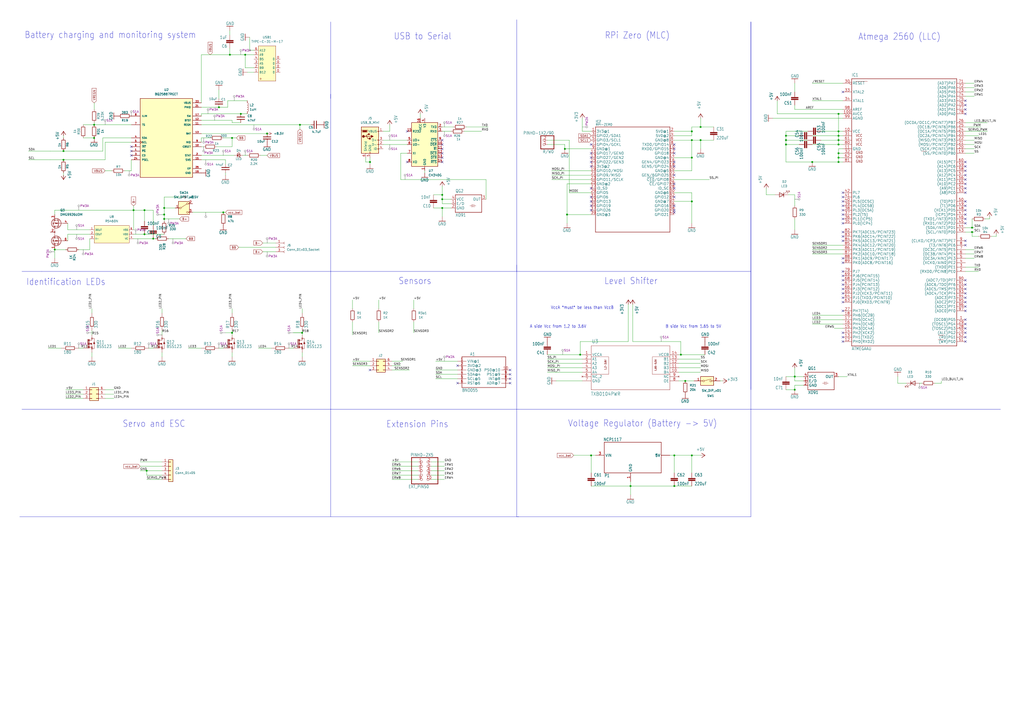
<source format=kicad_sch>
(kicad_sch (version 20250114) (generator "eeschema") (generator_version "9.0")
  (paper "A2")
  (text "Level Shifter" (at 350.52 165.354 0) (effects (font (size 3.81 3.2385)) (justify left bottom)))
  (text "A side Vcc from 1.2 to 3.6V" (at 307.34 190.5 0) (effects (font (size 1.778 1.5113)) (justify left bottom)))
  (text "VccA *must* be less than VccB~{}" (at 319.532 179.578 0) (effects (font (size 1.778 1.5113)) (justify left bottom)))
  (text "Identification LEDs" (at 15.24 165.862 0) (effects (font (size 3.81 3.2385)) (justify left bottom)))
  (text "Sensors" (at 231.14 165.354 0) (effects (font (size 3.81 3.2385)) (justify left bottom)))
  (text "RPi Zero (MLC)\n" (at 350.774 22.86 0) (effects (font (size 3.81 3.2385)) (justify left bottom)))
  (text "Servo and ESC " (at 71.12 248.158 0) (effects (font (size 3.81 3.2385)) (justify left bottom)))
  (text "Voltage Regulator (Battery -> 5V)" (at 329.438 247.904 0) (effects (font (size 3.81 3.2385)) (justify left bottom)))
  (text "USB to Serial\n" (at 228.346 23.368 0) (effects (font (size 3.81 3.2385)) (justify left bottom)))
  (text "Extension Pins" (at 224.028 248.412 0) (effects (font (size 3.81 3.2385)) (justify left bottom)))
  (text "Battery charging and monitoring system\n" (at 14.224 22.606 0) (effects (font (size 3.81 3.2385)) (justify left bottom)))
  (text "B side Vcc from 1.65 to 5V" (at 386.08 190.5 0) (effects (font (size 1.778 1.5113)) (justify left bottom)))
  (text "Atmega 2560 (LLC)" (at 497.84 23.622 0) (effects (font (size 3.81 3.2385)) (justify left bottom)))
  (junction (at 129.54 123.19))
  (junction (at 139.7 66.04))
  (junction (at 133.35 31.75))
  (junction (at 95.25 127))
  (junction (at 563.88 134.62))
  (junction (at 486.41 81.28))
  (junction (at 486.41 76.2))
  (junction (at 142.24 31.75))
  (junction (at 486.41 88.9))
  (junction (at 36.83 92.71))
  (junction (at 88.9 138.43))
  (junction (at 455.93 83.82))
  (junction (at 486.41 91.44))
  (junction (at 406.4 81.28))
  (junction (at 401.32 116.84))
  (junction (at 173.99 72.39))
  (junction (at 471.17 93.98))
  (junction (at 406.4 73.66))
  (junction (at 31.75 144.78))
  (junction (at 95.25 120.65))
  (junction (at 401.32 81.28))
  (junction (at 461.01 226.06))
  (junction (at 127 62.23))
  (junction (at 214.63 93.98))
  (junction (at 455.93 81.28))
  (junction (at 134.62 193.04))
  (junction (at 36.83 87.63))
  (junction (at 401.32 76.2))
  (junction (at 256.54 120.65))
  (junction (at 391.16 264.16))
  (junction (at 342.9 264.16))
  (junction (at 85.09 273.05))
  (junction (at 54.61 72.39))
  (junction (at 134.62 80.01))
  (junction (at 54.61 80.01))
  (junction (at 486.41 93.98))
  (junction (at 95.25 124.46))
  (junction (at 461.01 218.44))
  (junction (at 391.16 281.94))
  (junction (at 328.93 124.46))
  (junction (at 401.32 91.44))
  (junction (at 77.47 121.92))
  (junction (at 256.54 115.57))
  (junction (at 336.55 205.74))
  (junction (at 486.41 83.82))
  (junction (at 365.76 281.94))
  (junction (at 83.82 135.89))
  (junction (at 486.41 66.04))
  (junction (at 401.32 264.16))
  (junction (at 397.51 220.98))
  (junction (at 486.41 78.74))
  (junction (at 175.26 193.04))
  (junction (at 256.54 113.03))
  (junction (at 327.66 86.36))
  (junction (at 394.97 205.74))
  (junction (at 83.82 121.92))
  (junction (at 455.93 78.74))
  (junction (at 563.88 132.08))
  (junction (at 154.94 77.47))
  (no_connect (at 560.07 119.38))
  (no_connect (at 342.9 88.9))
  (no_connect (at 488.95 137.16))
  (no_connect (at 560.07 167.64))
  (no_connect (at 488.95 111.76))
  (no_connect (at 391.16 106.68))
  (no_connect (at 488.95 139.7))
  (no_connect (at 560.07 180.34))
  (no_connect (at 391.16 96.52))
  (no_connect (at 391.16 123.19))
  (no_connect (at 236.22 93.98))
  (no_connect (at 560.07 101.6))
  (no_connect (at 488.95 53.34))
  (no_connect (at 76.2 90.17))
  (no_connect (at 560.07 66.04))
  (no_connect (at 488.95 160.02))
  (no_connect (at 295.91 219.71))
  (no_connect (at 560.07 170.18))
  (no_connect (at 488.95 149.86))
  (no_connect (at 560.07 142.24))
  (no_connect (at 256.54 93.98))
  (no_connect (at 391.16 88.9))
  (no_connect (at 560.07 193.04))
  (no_connect (at 488.95 175.26))
  (no_connect (at 488.95 198.12))
  (no_connect (at 560.07 127))
  (no_connect (at 488.95 170.18))
  (no_connect (at 560.07 187.96))
  (no_connect (at 256.54 86.36))
  (no_connect (at 560.07 162.56))
  (no_connect (at 256.54 81.28))
  (no_connect (at 488.95 172.72))
  (no_connect (at 560.07 109.22))
  (no_connect (at 76.2 87.63))
  (no_connect (at 76.2 85.09))
  (no_connect (at 560.07 60.96))
  (no_connect (at 265.43 222.25))
  (no_connect (at 391.16 114.3))
  (no_connect (at 560.07 121.92))
  (no_connect (at 488.95 124.46))
  (no_connect (at 560.07 104.14))
  (no_connect (at 391.16 86.36))
  (no_connect (at 560.07 129.54))
  (no_connect (at 560.07 198.12))
  (no_connect (at 256.54 88.9))
  (no_connect (at 295.91 222.25))
  (no_connect (at 391.16 101.6))
  (no_connect (at 560.07 93.98))
  (no_connect (at 560.07 165.1))
  (no_connect (at 560.07 58.42))
  (no_connect (at 256.54 91.44))
  (no_connect (at 488.95 162.56))
  (no_connect (at 342.9 116.84))
  (no_connect (at 391.16 83.82))
  (no_connect (at 342.9 83.82))
  (no_connect (at 560.07 175.26))
  (no_connect (at 560.07 172.72))
  (no_connect (at 488.95 167.64))
  (no_connect (at 256.54 83.82))
  (no_connect (at 488.95 152.4))
  (no_connect (at 560.07 111.76))
  (no_connect (at 488.95 114.3))
  (no_connect (at 488.95 134.62))
  (no_connect (at 560.07 139.7))
  (no_connect (at 560.07 96.52))
  (no_connect (at 342.9 119.38))
  (no_connect (at 488.95 165.1))
  (no_connect (at 295.91 217.17))
  (no_connect (at 488.95 127))
  (no_connect (at 488.95 116.84))
  (no_connect (at 488.95 121.92))
  (no_connect (at 342.9 109.22))
  (no_connect (at 560.07 185.42))
  (no_connect (at 488.95 193.04))
  (no_connect (at 342.9 93.98))
  (no_connect (at 560.07 63.5))
  (no_connect (at 391.16 121.92))
  (no_connect (at 342.9 121.92))
  (no_connect (at 488.95 195.58))
  (no_connect (at 488.95 180.34))
  (no_connect (at 560.07 116.84))
  (no_connect (at 391.16 119.38))
  (no_connect (at 342.9 91.44))
  (no_connect (at 560.07 99.06))
  (no_connect (at 342.9 96.52))
  (no_connect (at 391.16 109.22))
  (no_connect (at 560.07 190.5))
  (no_connect (at 560.07 124.46))
  (no_connect (at 560.07 195.58))
  (no_connect (at 236.22 76.2))
  (no_connect (at 488.95 119.38))
  (no_connect (at 391.16 93.98))
  (no_connect (at 342.9 114.3))
  (no_connect (at 560.07 177.8))
  (no_connect (at 295.91 214.63))
  (no_connect (at 560.07 106.68))
  (no_connect (at 214.63 214.63))
  (no_connect (at 265.43 212.09))
  (no_connect (at 488.95 157.48))
  (no_connect (at 488.95 129.54))
  (wire (pts (xy 256.54 115.57) (xy 256.54 113.03)) (stroke (width 0.1524)))
  (wire (pts (xy 39.37 133.35) (xy 39.37 129.54)))
  (wire (pts (xy 461.01 113.03) (xy 461.01 119.38)))
  (wire (pts (xy 488.95 78.74) (xy 486.41 78.74)) (stroke (width 0.1524)))
  (wire (pts (xy 76.2 99.06) (xy 76.2 92.71)))
  (wire (pts (xy 455.93 83.82) (xy 455.93 93.98)) (stroke (width 0.1524)))
  (wire (pts (xy 157.48 201.93) (xy 149.86 201.93)) (stroke (width 0.1524)))
  (wire (pts (xy 137.16 80.01) (xy 134.62 80.01)))
  (wire (pts (xy 560.07 134.62) (xy 563.88 134.62)) (stroke (width 0.1524)))
  (polyline (pts (xy 435.61 12.7) (xy 435.61 224.79)))
  (wire (pts (xy 391.16 91.44) (xy 401.32 91.44)) (stroke (width 0.1524)))
  (wire (pts (xy 160.02 146.05) (xy 152.4 146.05)))
  (wire (pts (xy 93.98 194.31) (xy 93.98 191.77)) (stroke (width 0.1524)))
  (wire (pts (xy 394.97 205.74) (xy 408.94 205.74)) (stroke (width 0.1524)))
  (wire (pts (xy 337.82 208.28) (xy 317.5 208.28)) (stroke (width 0.1524)))
  (polyline (pts (xy 191.77 12.7) (xy 191.77 57.15)))
  (polyline (pts (xy 435.61 237.49) (xy 435.61 224.79)))
  (wire (pts (xy 16.51 87.63) (xy 29.21 87.63)) (stroke (width 0.1524)))
  (wire (pts (xy 575.31 137.16) (xy 577.85 137.16)))
  (wire (pts (xy 560.07 53.34) (xy 565.15 53.34)) (stroke (width 0.1524)))
  (wire (pts (xy 77.47 135.89) (xy 83.82 135.89)))
  (wire (pts (xy 81.28 267.97) (xy 93.98 267.97)))
  (wire (pts (xy 252.73 217.17) (xy 265.43 217.17)) (stroke (width 0.1524)))
  (wire (pts (xy 118.11 85.09) (xy 116.84 85.09)))
  (wire (pts (xy 393.7 213.36) (xy 406.4 213.36)) (stroke (width 0.1524)))
  (wire (pts (xy 488.95 68.58) (xy 448.31 68.58)) (stroke (width 0.1524)))
  (wire (pts (xy 560.07 157.48) (xy 567.69 157.48)))
  (wire (pts (xy 125.73 85.09) (xy 134.62 85.09)))
  (wire (pts (xy 232.41 88.9) (xy 236.22 88.9)))
  (wire (pts (xy 93.98 181.61) (xy 93.98 179.07)) (stroke (width 0.1524)))
  (polyline (pts (xy 191.77 299.72) (xy 191.77 237.49)))
  (wire (pts (xy 261.62 120.65) (xy 256.54 120.65)) (stroke (width 0.1524)))
  (wire (pts (xy 60.96 226.06) (xy 66.04 226.06)))
  (wire (pts (xy 242.57 275.59) (xy 227.33 275.59)) (stroke (width 0.1524)))
  (wire (pts (xy 342.9 76.2) (xy 337.82 76.2)) (stroke (width 0.1524)))
  (wire (pts (xy 256.54 73.66) (xy 262.89 73.66)))
  (wire (pts (xy 214.63 93.98) (xy 214.63 91.44)))
  (wire (pts (xy 542.29 222.25) (xy 546.1 222.25)))
  (wire (pts (xy 38.1 144.78) (xy 31.75 144.78)))
  (wire (pts (xy 488.95 147.32) (xy 471.17 147.32)) (stroke (width 0.1524)))
  (wire (pts (xy 212.09 91.44) (xy 212.09 93.98)))
  (wire (pts (xy 328.93 124.46) (xy 328.93 129.54)) (stroke (width 0.1524)))
  (wire (pts (xy 461.01 226.06) (xy 455.93 226.06)) (stroke (width 0.1524)))
  (wire (pts (xy 16.51 92.71) (xy 29.21 92.71)) (stroke (width 0.1524)))
  (wire (pts (xy 242.57 278.13) (xy 227.33 278.13)) (stroke (width 0.1524)))
  (wire (pts (xy 401.32 274.32) (xy 401.32 264.16)) (stroke (width 0.1524)))
  (wire (pts (xy 53.34 204.47) (xy 53.34 207.01)) (stroke (width 0.1524)))
  (wire (pts (xy 83.82 121.92) (xy 88.9 121.92)))
  (wire (pts (xy 143.51 66.04) (xy 139.7 66.04)))
  (wire (pts (xy 533.4 222.25) (xy 534.67 222.25)))
  (wire (pts (xy 39.37 133.35) (xy 52.07 133.35)))
  (wire (pts (xy 95.25 114.3) (xy 95.25 120.65)))
  (wire (pts (xy 336.55 205.74) (xy 337.82 205.74)) (stroke (width 0.1524)))
  (wire (pts (xy 36.83 92.71) (xy 60.96 92.71)))
  (wire (pts (xy 401.32 91.44) (xy 401.32 81.28)) (stroke (width 0.1524)))
  (wire (pts (xy 237.49 214.63) (xy 227.33 214.63)))
  (wire (pts (xy 417.83 220.98) (xy 419.1 220.98)) (stroke (width 0.1524)))
  (wire (pts (xy 330.2 111.76) (xy 342.9 111.76)))
  (polyline (pts (xy 299.72 157.48) (xy 435.61 157.48)))
  (wire (pts (xy 93.98 204.47) (xy 93.98 207.01)) (stroke (width 0.1524)))
  (wire (pts (xy 134.62 69.85) (xy 134.62 71.12)))
  (polyline (pts (xy 435.61 237.49) (xy 580.39 237.49)))
  (wire (pts (xy 93.98 124.46) (xy 95.25 124.46)))
  (wire (pts (xy 130.81 92.71) (xy 130.81 95.25)))
  (wire (pts (xy 222.25 83.82) (xy 236.22 83.82)))
  (polyline (pts (xy 191.77 157.48) (xy 299.72 157.48)))
  (wire (pts (xy 471.17 185.42) (xy 488.95 185.42)))
  (wire (pts (xy 486.41 78.74) (xy 471.17 78.74)) (stroke (width 0.1524)))
  (wire (pts (xy 444.5 109.22) (xy 444.5 113.03)))
  (wire (pts (xy 342.9 274.32) (xy 342.9 264.16)) (stroke (width 0.1524)))
  (wire (pts (xy 31.75 121.92) (xy 77.47 121.92)))
  (wire (pts (xy 574.04 127) (xy 574.04 125.73)))
  (wire (pts (xy 486.41 83.82) (xy 486.41 81.28)) (stroke (width 0.1524)))
  (wire (pts (xy 406.4 73.66) (xy 414.02 73.66)) (stroke (width 0.1524)))
  (wire (pts (xy 560.07 55.88) (xy 565.15 55.88)) (stroke (width 0.1524)))
  (wire (pts (xy 327.66 83.82) (xy 327.66 86.36)) (stroke (width 0.1524)))
  (wire (pts (xy 142.24 31.75) (xy 142.24 39.37)))
  (wire (pts (xy 214.63 95.25) (xy 214.63 93.98)))
  (wire (pts (xy 60.96 228.6) (xy 66.04 228.6)))
  (wire (pts (xy 83.82 135.89) (xy 95.25 135.89)))
  (wire (pts (xy 328.93 106.68) (xy 328.93 124.46)) (stroke (width 0.1524)))
  (wire (pts (xy 450.85 66.04) (xy 450.85 58.42)) (stroke (width 0.1524)))
  (wire (pts (xy 76.2 201.93) (xy 68.58 201.93)) (stroke (width 0.1524)))
  (wire (pts (xy 391.16 76.2) (xy 401.32 76.2)) (stroke (width 0.1524)))
  (wire (pts (xy 54.61 59.69) (xy 54.61 63.5)))
  (wire (pts (xy 54.61 72.39) (xy 76.2 72.39)))
  (wire (pts (xy 391.16 281.94) (xy 401.32 281.94)) (stroke (width 0.1524)))
  (wire (pts (xy 568.96 73.66) (xy 560.07 73.66)))
  (wire (pts (xy 144.78 21.59) (xy 144.78 29.21)))
  (wire (pts (xy 486.41 218.44) (xy 491.49 218.44)) (stroke (width 0.1524)))
  (wire (pts (xy 342.9 101.6) (xy 320.04 101.6)) (stroke (width 0.1524)))
  (wire (pts (xy 342.9 281.94) (xy 365.76 281.94)) (stroke (width 0.1524)))
  (wire (pts (xy 281.94 104.14) (xy 232.41 104.14)))
  (wire (pts (xy 401.32 73.66) (xy 406.4 73.66)) (stroke (width 0.1524)))
  (wire (pts (xy 242.57 270.51) (xy 227.33 270.51)) (stroke (width 0.1524)))
  (wire (pts (xy 212.09 93.98) (xy 214.63 93.98)))
  (wire (pts (xy 240.03 173.99) (xy 240.03 179.07)))
  (wire (pts (xy 53.34 194.31) (xy 53.34 191.77)) (stroke (width 0.1524)))
  (wire (pts (xy 116.84 92.71) (xy 130.81 92.71)))
  (polyline (pts (xy 12.7 157.48) (xy 24.13 157.48)))
  (wire (pts (xy 232.41 104.14) (xy 232.41 88.9)))
  (polyline (pts (xy 435.61 237.49) (xy 435.61 299.72)))
  (wire (pts (xy 142.24 39.37) (xy 147.32 39.37)))
  (wire (pts (xy 455.93 81.28) (xy 455.93 78.74)) (stroke (width 0.1524)))
  (wire (pts (xy 488.95 187.96) (xy 471.17 187.96)))
  (wire (pts (xy 227.33 209.55) (xy 233.68 209.55)))
  (wire (pts (xy 222.25 76.2) (xy 226.06 76.2)))
  (wire (pts (xy 256.54 120.65) (xy 256.54 125.73)) (stroke (width 0.1524)))
  (wire (pts (xy 365.76 281.94) (xy 365.76 287.02)) (stroke (width 0.1524)))
  (wire (pts (xy 461.01 218.44) (xy 455.93 218.44)) (stroke (width 0.1524)))
  (wire (pts (xy 31.75 124.46) (xy 31.75 121.92)))
  (wire (pts (xy 391.16 78.74) (xy 401.32 78.74)) (stroke (width 0.1524)))
  (wire (pts (xy 60.96 99.06) (xy 64.77 99.06)))
  (wire (pts (xy 204.47 173.99) (xy 204.47 179.07)))
  (wire (pts (xy 463.55 78.74) (xy 455.93 78.74)) (stroke (width 0.1524)))
  (wire (pts (xy 560.07 86.36) (xy 565.15 86.36)) (stroke (width 0.1524)))
  (wire (pts (xy 560.07 88.9) (xy 565.15 88.9)) (stroke (width 0.1524)))
  (polyline (pts (xy 435.61 12.7) (xy 435.61 226.06)))
  (wire (pts (xy 116.84 31.75) (xy 133.35 31.75)))
  (wire (pts (xy 250.19 270.51) (xy 257.81 270.51)) (stroke (width 0.1524)))
  (wire (pts (xy 226.06 76.2) (xy 226.06 72.39)))
  (wire (pts (xy 572.77 76.2) (xy 560.07 76.2)))
  (wire (pts (xy 488.95 76.2) (xy 486.41 76.2)) (stroke (width 0.1524)))
  (wire (pts (xy 154.94 90.17) (xy 151.13 90.17)))
  (wire (pts (xy 256.54 120.65) (xy 251.46 120.65)) (stroke (width 0.1524)))
  (polyline (pts (xy 300.99 237.49) (xy 435.61 237.49)))
  (wire (pts (xy 38.1 228.6) (xy 48.26 228.6)))
  (wire (pts (xy 45.72 144.78) (xy 52.07 144.78)))
  (wire (pts (xy 342.9 264.16) (xy 332.74 264.16)) (stroke (width 0.1524)))
  (wire (pts (xy 134.62 71.12) (xy 139.7 71.12)))
  (wire (pts (xy 461.01 53.34) (xy 461.01 48.26)) (stroke (width 0.1524)))
  (wire (pts (xy 488.95 58.42) (xy 471.17 58.42)) (stroke (width 0.1524)))
  (wire (pts (xy 563.88 137.16) (xy 567.69 137.16)) (stroke (width 0.1524)))
  (wire (pts (xy 133.35 27.94) (xy 133.35 31.75)))
  (wire (pts (xy 317.5 205.74) (xy 336.55 205.74)) (stroke (width 0.1524)))
  (wire (pts (xy 466.09 223.52) (xy 461.01 223.52)) (stroke (width 0.1524)))
  (wire (pts (xy 121.92 80.01) (xy 116.84 80.01)))
  (wire (pts (xy 486.41 78.74) (xy 486.41 76.2)) (stroke (width 0.1524)))
  (wire (pts (xy 111.76 123.19) (xy 129.54 123.19)))
  (wire (pts (xy 577.85 137.16) (xy 577.85 135.89)))
  (wire (pts (xy 142.24 31.75) (xy 147.32 31.75)))
  (wire (pts (xy 60.96 82.55) (xy 76.2 82.55)))
  (wire (pts (xy 59.69 87.63) (xy 59.69 80.01)))
  (wire (pts (xy 455.93 78.74) (xy 455.93 76.2)) (stroke (width 0.1524)))
  (wire (pts (xy 140.97 90.17) (xy 143.51 90.17)))
  (polyline (pts (xy 299.72 153.67) (xy 299.72 237.49)))
  (wire (pts (xy 130.81 193.04) (xy 134.62 193.04)) (stroke (width 0.1524)))
  (wire (pts (xy 170.18 193.04) (xy 175.26 193.04)) (stroke (width 0.1524)))
  (wire (pts (xy 261.62 115.57) (xy 256.54 115.57)) (stroke (width 0.1524)))
  (wire (pts (xy 134.62 80.01) (xy 129.54 80.01)))
  (wire (pts (xy 401.32 99.06) (xy 401.32 91.44)) (stroke (width 0.1524)))
  (wire (pts (xy 488.95 48.26) (xy 471.17 48.26)) (stroke (width 0.1524)))
  (wire (pts (xy 414.02 81.28) (xy 406.4 81.28)) (stroke (width 0.1524)))
  (wire (pts (xy 393.7 208.28) (xy 406.4 208.28)) (stroke (width 0.1524)))
  (wire (pts (xy 486.41 81.28) (xy 486.41 78.74)) (stroke (width 0.1524)))
  (wire (pts (xy 227.33 212.09) (xy 232.41 212.09)))
  (wire (pts (xy 461.01 223.52) (xy 461.01 226.06)) (stroke (width 0.1524)))
  (wire (pts (xy 132.08 58.42) (xy 132.08 62.23)))
  (wire (pts (xy 36.83 101.6) (xy 36.83 100.33)))
  (wire (pts (xy 563.88 132.08) (xy 565.15 132.08)) (stroke (width 0.1524)))
  (wire (pts (xy 48.26 72.39) (xy 54.61 72.39)))
  (wire (pts (xy 88.9 121.92) (xy 88.9 130.81)))
  (wire (pts (xy 95.25 124.46) (xy 95.25 127)))
  (wire (pts (xy 36.83 78.74) (xy 36.83 80.01)))
  (wire (pts (xy 406.4 86.36) (xy 406.4 81.28)) (stroke (width 0.1524)))
  (wire (pts (xy 77.47 133.35) (xy 77.47 121.92)))
  (wire (pts (xy 406.4 73.66) (xy 406.4 68.58)) (stroke (width 0.1524)))
  (wire (pts (xy 488.95 66.04) (xy 486.41 66.04)) (stroke (width 0.1524)))
  (wire (pts (xy 133.35 31.75) (xy 142.24 31.75)))
  (wire (pts (xy 143.51 58.42) (xy 132.08 58.42)))
  (wire (pts (xy 130.81 101.6) (xy 130.81 100.33)))
  (wire (pts (xy 401.32 264.16) (xy 406.4 264.16)) (stroke (width 0.1524)))
  (wire (pts (xy 130.81 123.19) (xy 129.54 123.19)))
  (wire (pts (xy 134.62 80.01) (xy 134.62 85.09)))
  (wire (pts (xy 327.66 86.36) (xy 342.9 86.36)) (stroke (width 0.1524)))
  (wire (pts (xy 170.18 201.93) (xy 167.64 201.93)) (stroke (width 0.1524)))
  (wire (pts (xy 525.78 222.25) (xy 520.7 222.25)))
  (polyline (pts (xy 191.77 157.48) (xy 191.77 237.49)))
  (wire (pts (xy 107.95 138.43) (xy 97.79 138.43)))
  (wire (pts (xy 116.84 201.93) (xy 109.22 201.93)) (stroke (width 0.1524)))
  (wire (pts (xy 85.09 278.13) (xy 93.98 278.13)))
  (wire (pts (xy 269.24 76.2) (xy 279.4 76.2)))
  (wire (pts (xy 54.61 72.39) (xy 54.61 71.12)))
  (wire (pts (xy 261.62 118.11) (xy 256.54 118.11)) (stroke (width 0.1524)))
  (wire (pts (xy 242.57 273.05) (xy 227.33 273.05)) (stroke (width 0.1524)))
  (wire (pts (xy 388.62 264.16) (xy 391.16 264.16)) (stroke (width 0.1524)))
  (wire (pts (xy 175.26 204.47) (xy 175.26 207.01)) (stroke (width 0.1524)))
  (wire (pts (xy 455.93 83.82) (xy 455.93 81.28)) (stroke (width 0.1524)))
  (wire (pts (xy 488.95 86.36) (xy 486.41 86.36)) (stroke (width 0.1524)))
  (wire (pts (xy 560.07 50.8) (xy 565.15 50.8)) (stroke (width 0.1524)))
  (wire (pts (xy 173.99 74.93) (xy 173.99 72.39)))
  (wire (pts (xy 391.16 116.84) (xy 401.32 116.84)) (stroke (width 0.1524)))
  (wire (pts (xy 457.2 113.03) (xy 461.01 113.03)))
  (wire (pts (xy 134.62 181.61) (xy 134.62 179.07)) (stroke (width 0.1524)))
  (wire (pts (xy 252.73 214.63) (xy 265.43 214.63)) (stroke (width 0.1524)))
  (wire (pts (xy 364.49 198.12) (xy 336.55 198.12)))
  (wire (pts (xy 88.9 201.93) (xy 86.36 201.93)) (stroke (width 0.1524)))
  (wire (pts (xy 337.82 213.36) (xy 317.5 213.36)) (stroke (width 0.1524)))
  (wire (pts (xy 391.16 111.76) (xy 401.32 111.76)) (stroke (width 0.1524)))
  (wire (pts (xy 317.5 83.82) (xy 327.66 83.82)) (stroke (width 0.1524)))
  (wire (pts (xy 330.2 81.28) (xy 330.2 111.76)))
  (wire (pts (xy 486.41 81.28) (xy 476.25 81.28)) (stroke (width 0.1524)))
  (wire (pts (xy 365.76 279.4) (xy 365.76 281.94)) (stroke (width 0.1524)))
  (wire (pts (xy 60.96 231.14) (xy 66.04 231.14)))
  (wire (pts (xy 560.07 78.74) (xy 567.69 78.74)))
  (wire (pts (xy 134.62 193.04) (xy 134.62 191.77)) (stroke (width 0.1524)))
  (wire (pts (xy 468.63 76.2) (xy 455.93 76.2)) (stroke (width 0.1524)))
  (wire (pts (xy 468.63 81.28) (xy 455.93 81.28)) (stroke (width 0.1524)))
  (wire (pts (xy 222.25 81.28) (xy 236.22 81.28)))
  (wire (pts (xy 127 62.23) (xy 132.08 62.23)))
  (polyline (pts (xy 12.7 237.49) (xy 191.77 237.49)))
  (wire (pts (xy 560.07 132.08) (xy 563.88 132.08)) (stroke (width 0.1524)))
  (wire (pts (xy 175.26 194.31) (xy 175.26 193.04)) (stroke (width 0.1524)))
  (wire (pts (xy 127 62.23) (xy 116.84 62.23)))
  (wire (pts (xy 406.4 81.28) (xy 401.32 81.28)) (stroke (width 0.1524)))
  (wire (pts (xy 60.96 92.71) (xy 60.96 82.55)))
  (wire (pts (xy 143.51 41.91) (xy 147.32 41.91)))
  (wire (pts (xy 138.43 143.51) (xy 160.02 143.51)))
  (wire (pts (xy 461.01 127) (xy 461.01 133.35)))
  (wire (pts (xy 391.16 264.16) (xy 401.32 264.16)) (stroke (width 0.1524)))
  (wire (pts (xy 95.25 127) (xy 95.25 128.27)))
  (polyline (pts (xy 11.43 299.72) (xy 435.61 299.72)))
  (wire (pts (xy 391.16 99.06) (xy 401.32 99.06)) (stroke (width 0.1524)))
  (wire (pts (xy 116.84 66.04) (xy 116.84 67.31)))
  (wire (pts (xy 571.5 127) (xy 574.04 127)))
  (wire (pts (xy 175.26 193.04) (xy 175.26 191.77)) (stroke (width 0.1524)))
  (wire (pts (xy 466.09 220.98) (xy 461.01 220.98)) (stroke (width 0.1524)))
  (wire (pts (xy 486.41 86.36) (xy 486.41 88.9)) (stroke (width 0.1524)))
  (wire (pts (xy 52.07 138.43) (xy 52.07 144.78)))
  (wire (pts (xy 93.98 275.59) (xy 85.09 275.59)))
  (wire (pts (xy 461.01 63.5) (xy 461.01 60.96)) (stroke (width 0.1524)))
  (wire (pts (xy 36.83 87.63) (xy 59.69 87.63)))
  (wire (pts (xy 48.26 201.93) (xy 45.72 201.93)) (stroke (width 0.1524)))
  (wire (pts (xy 345.44 264.16) (xy 342.9 264.16)) (stroke (width 0.1524)))
  (wire (pts (xy 29.21 87.63) (xy 36.83 87.63)))
  (wire (pts (xy 95.25 114.3) (xy 105.41 114.3)))
  (wire (pts (xy 116.84 90.17) (xy 135.89 90.17)))
  (wire (pts (xy 104.14 127) (xy 95.25 127)))
  (wire (pts (xy 486.41 66.04) (xy 486.41 76.2)) (stroke (width 0.1524)))
  (wire (pts (xy 175.26 181.61) (xy 175.26 179.07)) (stroke (width 0.1524)))
  (wire (pts (xy 560.07 48.26) (xy 565.15 48.26)) (stroke (width 0.1524)))
  (wire (pts (xy 394.97 198.12) (xy 394.97 205.74)))
  (wire (pts (xy 246.38 100.33) (xy 246.38 99.06)))
  (wire (pts (xy 486.41 83.82) (xy 471.17 83.82)) (stroke (width 0.1524)))
  (wire (pts (xy 59.69 80.01) (xy 76.2 80.01)))
  (wire (pts (xy 134.62 204.47) (xy 134.62 207.01)) (stroke (width 0.1524)))
  (wire (pts (xy 391.16 104.14) (xy 411.48 104.14)) (stroke (width 0.1524)))
  (wire (pts (xy 486.41 88.9) (xy 488.95 88.9)) (stroke (width 0.1524)))
  (wire (pts (xy 397.51 220.98) (xy 402.59 220.98)) (stroke (width 0.1524)))
  (wire (pts (xy 250.19 273.05) (xy 257.81 273.05)) (stroke (width 0.1524)))
  (wire (pts (xy 173.99 72.39) (xy 180.34 72.39)))
  (wire (pts (xy 160.02 140.97) (xy 152.4 140.97)))
  (wire (pts (xy 330.2 81.28) (xy 317.5 81.28)))
  (wire (pts (xy 133.35 17.78) (xy 133.35 20.32)))
  (wire (pts (xy 488.95 190.5) (xy 483.87 190.5)) (stroke (width 0.1524)))
  (wire (pts (xy 127 52.07) (xy 127 57.15)))
  (wire (pts (xy 393.7 215.9) (xy 406.4 215.9)) (stroke (width 0.1524)))
  (wire (pts (xy 463.55 83.82) (xy 455.93 83.82)) (stroke (width 0.1524)))
  (wire (pts (xy 38.1 231.14) (xy 48.26 231.14)))
  (wire (pts (xy 116.84 72.39) (xy 173.99 72.39)))
  (wire (pts (xy 364.49 176.53) (xy 364.49 198.12)) (stroke (width 0.1524)))
  (wire (pts (xy 401.32 116.84) (xy 401.32 129.54)) (stroke (width 0.1524)))
  (wire (pts (xy 81.28 273.05) (xy 85.09 273.05)))
  (wire (pts (xy 243.84 66.04) (xy 243.84 68.58)))
  (wire (pts (xy 256.54 113.03) (xy 256.54 107.95)) (stroke (width 0.1524)))
  (wire (pts (xy 83.82 121.92) (xy 83.82 128.27)))
  (wire (pts (xy 488.95 142.24) (xy 471.17 142.24)) (stroke (width 0.1524)))
  (wire (pts (xy 401.32 78.74) (xy 401.32 76.2)) (stroke (width 0.1524)))
  (wire (pts (xy 322.58 220.98) (xy 337.82 220.98)) (stroke (width 0.1524)))
  (wire (pts (xy 256.54 113.03) (xy 251.46 113.03)) (stroke (width 0.1524)))
  (wire (pts (xy 486.41 91.44) (xy 488.95 91.44)) (stroke (width 0.1524)))
  (polyline (pts (xy 299.72 299.72) (xy 300.99 299.72)))
  (wire (pts (xy 95.25 120.65) (xy 95.25 124.46)))
  (wire (pts (xy 139.7 66.04) (xy 116.84 66.04)))
  (wire (pts (xy 563.88 134.62) (xy 565.15 134.62)) (stroke (width 0.1524)))
  (wire (pts (xy 240.03 186.69) (xy 240.03 193.04)))
  (wire (pts (xy 170.18 193.04) (xy 175.26 193.04)))
  (wire (pts (xy 342.9 106.68) (xy 328.93 106.68)) (stroke (width 0.1524)))
  (wire (pts (xy 252.73 219.71) (xy 265.43 219.71)) (stroke (width 0.1524)))
  (wire (pts (xy 342.9 99.06) (xy 320.04 99.06)) (stroke (width 0.1524)))
  (polyline (pts (xy 191.77 157.48) (xy 24.13 157.48)))
  (wire (pts (xy 337.82 76.2) (xy 337.82 68.58)) (stroke (width 0.1524)))
  (wire (pts (xy 204.47 212.09) (xy 214.63 212.09)))
  (wire (pts (xy 35.56 201.93) (xy 27.94 201.93)) (stroke (width 0.1524)))
  (wire (pts (xy 393.7 220.98) (xy 397.51 220.98)) (stroke (width 0.1524)))
  (wire (pts (xy 486.41 93.98) (xy 471.17 93.98)) (stroke (width 0.1524)))
  (wire (pts (xy 144.78 29.21) (xy 147.32 29.21)))
  (wire (pts (xy 488.95 144.78) (xy 471.17 144.78)) (stroke (width 0.1524)))
  (wire (pts (xy 250.19 267.97) (xy 257.81 267.97)) (stroke (width 0.1524)))
  (polyline (pts (xy 299.72 11.43) (xy 299.72 157.48)))
  (wire (pts (xy 252.73 209.55) (xy 265.43 209.55)) (stroke (width 0.1524)))
  (wire (pts (xy 488.95 83.82) (xy 486.41 83.82)) (stroke (width 0.1524)))
  (wire (pts (xy 29.21 92.71) (xy 36.83 92.71)))
  (polyline (pts (xy 299.72 237.49) (xy 299.72 299.72)))
  (wire (pts (xy 401.32 76.2) (xy 401.32 73.66)) (stroke (width 0.1524)))
  (wire (pts (xy 455.93 93.98) (xy 471.17 93.98)) (stroke (width 0.1524)))
  (wire (pts (xy 560.07 144.78) (xy 565.15 144.78)) (stroke (width 0.1524)))
  (wire (pts (xy 486.41 66.04) (xy 450.85 66.04)) (stroke (width 0.1524)))
  (wire (pts (xy 48.26 80.01) (xy 54.61 80.01)))
  (wire (pts (xy 486.41 91.44) (xy 486.41 93.98)) (stroke (width 0.1524)))
  (wire (pts (xy 53.34 181.61) (xy 53.34 179.07)) (stroke (width 0.1524)))
  (wire (pts (xy 393.7 210.82) (xy 406.4 210.82)) (stroke (width 0.1524)))
  (wire (pts (xy 461.01 218.44) (xy 461.01 213.36)) (stroke (width 0.1524)))
  (wire (pts (xy 256.54 118.11) (xy 256.54 115.57)) (stroke (width 0.1524)))
  (wire (pts (xy 486.41 88.9) (xy 486.41 91.44)) (stroke (width 0.1524)))
  (wire (pts (xy 250.19 275.59) (xy 257.81 275.59)) (stroke (width 0.1524)))
  (wire (pts (xy 393.7 205.74) (xy 394.97 205.74)) (stroke (width 0.1524)))
  (wire (pts (xy 219.71 173.99) (xy 219.71 179.07)))
  (wire (pts (xy 77.47 119.38) (xy 77.47 121.92)))
  (wire (pts (xy 31.75 149.86) (xy 31.75 144.78)))
  (wire (pts (xy 39.37 135.89) (xy 52.07 135.89)))
  (wire (pts (xy 367.03 182.88) (xy 367.03 198.12)))
  (wire (pts (xy 242.57 267.97) (xy 227.33 267.97)) (stroke (width 0.1524)))
  (wire (pts (xy 134.62 194.31) (xy 134.62 193.04)) (stroke (width 0.1524)))
  (wire (pts (xy 367.03 176.53) (xy 367.03 182.88)) (stroke (width 0.1524)))
  (wire (pts (xy 95.25 120.65) (xy 101.6 120.65)))
  (polyline (pts (xy 191.77 54.61) (xy 191.77 157.48)))
  (wire (pts (xy 281.94 115.57) (xy 281.94 104.14)))
  (wire (pts (xy 77.47 121.92) (xy 83.82 121.92)))
  (wire (pts (xy 81.28 270.51) (xy 93.98 270.51)))
  (wire (pts (xy 270.51 73.66) (xy 283.21 73.66)))
  (wire (pts (xy 39.37 139.7) (xy 39.37 135.89)))
  (wire (pts (xy 154.94 77.47) (xy 116.84 77.47)))
  (wire (pts (xy 520.7 218.44) (xy 520.7 222.25)))
  (wire (pts (xy 85.09 273.05) (xy 85.09 275.59)))
  (wire (pts (xy 116.84 59.69) (xy 116.84 31.75)))
  (wire (pts (xy 486.41 93.98) (xy 488.95 93.98)) (stroke (width 0.1524)))
  (wire (pts (xy 563.88 127) (xy 563.88 132.08)))
  (wire (pts (xy 129.54 201.93) (xy 127 201.93)) (stroke (width 0.1524)))
  (wire (pts (xy 488.95 81.28) (xy 486.41 81.28)) (stroke (width 0.1524)))
  (wire (pts (xy 560.07 149.86) (xy 565.15 149.86)) (stroke (width 0.1524)))
  (wire (pts (xy 560.07 154.94) (xy 567.69 154.94)))
  (wire (pts (xy 466.09 218.44) (xy 461.01 218.44)) (stroke (width 0.1524)))
  (wire (pts (xy 116.84 69.85) (xy 134.62 69.85)))
  (wire (pts (xy 391.16 281.94) (xy 365.76 281.94)) (stroke (width 0.1524)))
  (wire (pts (xy 256.54 76.2) (xy 261.62 76.2)))
  (wire (pts (xy 560.07 83.82) (xy 565.15 83.82)) (stroke (width 0.1524)))
  (wire (pts (xy 367.03 198.12) (xy 394.97 198.12)))
  (wire (pts (xy 563.88 134.62) (xy 563.88 137.16)) (stroke (width 0.1524)))
  (wire (pts (xy 219.71 186.69) (xy 219.71 193.04)))
  (wire (pts (xy 77.47 138.43) (xy 88.9 138.43)))
  (wire (pts (xy 250.19 278.13) (xy 257.81 278.13)) (stroke (width 0.1524)))
  (wire (pts (xy 486.41 76.2) (xy 476.25 76.2)) (stroke (width 0.1524)))
  (wire (pts (xy 116.84 80.01) (xy 116.84 82.55)))
  (wire (pts (xy 88.9 138.43) (xy 90.17 138.43)))
  (wire (pts (xy 38.1 226.06) (xy 48.26 226.06)))
  (wire (pts (xy 461.01 220.98) (xy 461.01 218.44)) (stroke (width 0.1524)))
  (wire (pts (xy 471.17 182.88) (xy 488.95 182.88)))
  (wire (pts (xy 401.32 81.28) (xy 391.16 81.28)) (stroke (width 0.1524)))
  (wire (pts (xy 342.9 104.14) (xy 320.04 104.14)) (stroke (width 0.1524)))
  (wire (pts (xy 85.09 273.05) (xy 93.98 273.05)))
  (wire (pts (xy 72.39 99.06) (xy 76.2 99.06)))
  (wire (pts (xy 488.95 63.5) (xy 461.01 63.5)) (stroke (width 0.1524)))
  (wire (pts (xy 560.07 147.32) (xy 565.15 147.32)) (stroke (width 0.1524)))
  (wire (pts (xy 204.47 186.69) (xy 204.47 194.31)))
  (wire (pts (xy 546.1 220.98) (xy 546.1 222.25)))
  (wire (pts (xy 204.47 209.55) (xy 214.63 209.55)))
  (wire (pts (xy 336.55 198.12) (xy 336.55 205.74)))
  (wire (pts (xy 560.07 71.12) (xy 572.77 71.12)))
  (wire (pts (xy 328.93 124.46) (xy 342.9 124.46)) (stroke (width 0.1524)))
  (wire (pts (xy 337.82 215.9) (xy 317.5 215.9)) (stroke (width 0.1524)))
  (wire (pts (xy 449.58 113.03) (xy 444.5 113.03)))
  (wire (pts (xy 391.16 274.32) (xy 391.16 264.16)) (stroke (width 0.1524)))
  (wire (pts (xy 401.32 116.84) (xy 401.32 111.76)) (stroke (width 0.1524)))
  (wire (pts (xy 560.07 81.28) (xy 565.15 81.28)) (stroke (width 0.1524)))
  (wire (pts (xy 337.82 210.82) (xy 317.5 210.82)) (stroke (width 0.1524)))
  (polyline (pts (xy 191.77 237.49) (xy 300.99 237.49)))
  (label "+5V" (at 227.33 267.97 0) (effects (font (size 1.2446 1.2446))))
  (label "ERW8" (at 227.33 278.13 0) (effects (font (size 1.2446 1.2446))))
  (label "+5V" (at 240.03 173.99 0) (effects (font (size 1.2446 1.2446))))
  (label "ERW1" (at 257.81 270.51 0) (effects (font (size 1.2446 1.2446))))
  (label "LED_BUILT_IN" (at 565.15 71.12 0))
  (label "LED2" (at 68.58 201.93 0) (effects (font (size 1.2446 1.2446))))
  (label "SDA" (at 16.51 87.63 0) (effects (font (size 1.2446 1.2446))))
  (label "MODE" (at 330.2 111.76 0))
  (label "R18" (at 175.26 193.04 0))
  (label "MISO_PI" (at 317.5 215.9 0) (effects (font (size 1.2446 1.2446))))
  (label "LED1" (at 567.69 78.74 0))
  (label "SENSOR1" (at 204.47 194.31 0) (effects (font (size 1.2446 1.2446))))
  (label "SENSOR1" (at 232.41 209.55 0))
  (label "MOSI" (at 406.4 213.36 0) (effects (font (size 1.2446 1.2446))))
  (label "LED3_PIN" (at 38.1 228.6 0) (effects (font (size 1.2446 1.2446))))
  (label "ERW5" (at 227.33 270.51 0) (effects (font (size 1.2446 1.2446))))
  (label "SS" (at 565.15 88.9 0) (effects (font (size 1.2446 1.2446))))
  (label "XTAL1" (at 471.17 58.42 0) (effects (font (size 1.2446 1.2446))))
  (label "ERW1" (at 565.15 55.88 0) (effects (font (size 1.2446 1.2446))))
  (label "+5V" (at 38.1 226.06 0) (effects (font (size 1.2446 1.2446))))
  (label "ERW8" (at 565.15 149.86 0) (effects (font (size 1.2446 1.2446))))
  (label "GND" (at 81.28 273.05 0) (effects (font (size 1.2446 1.2446))))
  (label "MISO" (at 565.15 81.28 0) (effects (font (size 1.2446 1.2446))))
  (label "SS_PI" (at 317.5 208.28 0) (effects (font (size 1.2446 1.2446))))
  (label "LED4_PIN" (at 66.04 231.14 0) (effects (font (size 1.2446 1.2446))))
  (label "ERW5" (at 483.87 190.5 180) (effects (font (size 1.2446 1.2446))))
  (label "LED2" (at 471.17 187.96 0))
  (label "SDA" (at 565.15 132.08 0) (effects (font (size 1.2446 1.2446))))
  (label "R17" (at 134.62 193.04 0))
  (label "R15" (at 53.34 194.31 0))
  (label "LED1" (at 27.94 201.93 0) (effects (font (size 1.2446 1.2446))))
  (label "ERW2" (at 565.15 53.34 0) (effects (font (size 1.2446 1.2446))))
  (label "LED3_PIN" (at 134.62 179.07 90) (effects (font (size 1.2446 1.2446))))
  (label "SCK" (at 406.4 210.82 0) (effects (font (size 1.2446 1.2446))))
  (label "TX0" (at 279.4 73.66 0))
  (label "LED2_PIN" (at 93.98 179.07 90) (effects (font (size 1.2446 1.2446))))
  (label "SCL" (at 565.15 134.62 0) (effects (font (size 1.2446 1.2446))))
  (label "SENSOR2" (at 219.71 193.04 0) (effects (font (size 1.2446 1.2446))))
  (label "AREF" (at 467.36 63.5 0))
  (label "ERW6" (at 227.33 273.05 0) (effects (font (size 1.2446 1.2446))))
  (label "GND" (at 252.73 214.63 0) (effects (font (size 1.2446 1.2446))))
  (label "LED1_PIN" (at 53.34 179.07 90) (effects (font (size 1.2446 1.2446))))
  (label "R14" (at 168.91 201.93 0))
  (label "PWM" (at 568.96 73.66 180))
  (label "MOSI_PI" (at 320.04 99.06 0) (effects (font (size 1.2446 1.2446))))
  (label "MISO" (at 406.4 215.9 0) (effects (font (size 1.2446 1.2446))))
  (label "ERW7" (at 565.15 147.32 0) (effects (font (size 1.2446 1.2446))))
  (label "ERW3" (at 565.15 50.8 0) (effects (font (size 1.2446 1.2446))))
  (label "+5V" (at 219.71 173.99 0) (effects (font (size 1.2446 1.2446))))
  (label "LED_BUILT_IN" (at 546.1 220.98 0))
  (label "MOSI_PI" (at 317.5 213.36 0) (effects (font (size 1.2446 1.2446))))
  (label "+5V" (at 252.73 209.55 0) (effects (font (size 1.2446 1.2446))))
  (label "R13" (at 128.27 201.93 0))
  (label "RX0" (at 565.15 157.48 0))
  (label "LED3" (at 109.22 201.93 0) (effects (font (size 1.2446 1.2446))))
  (label "SERVO_PWM" (at 572.77 76.2 180) (effects (font (size 1.2446 1.2446))))
  (label "ERW4" (at 565.15 48.26 0) (effects (font (size 1.2446 1.2446))))
  (label "MOSI" (at 565.15 83.82 0) (effects (font (size 1.2446 1.2446))))
  (label "SENSOR2" (at 471.17 144.78 0) (effects (font (size 1.2446 1.2446))))
  (label "GND" (at 257.81 267.97 0) (effects (font (size 1.2446 1.2446))))
  (label "LED4_PIN" (at 175.26 179.07 90) (effects (font (size 1.2446 1.2446))))
  (label "R11" (at 46.99 201.93 0))
  (label "RX0" (at 279.4 76.2 0))
  (label "+5V" (at 204.47 209.55 0) (effects (font (size 1.2446 1.2446))))
  (label "SS_PI" (at 411.48 104.14 0) (effects (font (size 1.2446 1.2446))))
  (label "+5V" (at 204.47 173.99 0) (effects (font (size 1.2446 1.2446))))
  (label "GND" (at 232.41 212.09 180) (effects (font (size 1.2446 1.2446))))
  (label "SDA" (at 252.73 217.17 0) (effects (font (size 1.2446 1.2446))))
  (label "PWM" (at 81.28 267.97 0) (effects (font (size 1.2446 1.2446))))
  (label "LED4" (at 149.86 201.93 0) (effects (font (size 1.2446 1.2446))))
  (label "R12" (at 87.63 201.93 0))
  (label "MISO_PI" (at 320.04 101.6 0) (effects (font (size 1.2446 1.2446))))
  (label "XTAL1" (at 491.49 218.44 0) (effects (font (size 1.2446 1.2446))))
  (label "ERW3" (at 257.81 275.59 0) (effects (font (size 1.2446 1.2446))))
  (label "LED2_PIN" (at 38.1 231.14 0) (effects (font (size 1.2446 1.2446))))
  (label "SENSOR3" (at 204.47 212.09 0) (effects (font (size 1.2446 1.2446))))
  (label "TX0" (at 565.15 154.94 0))
  (label "SENSOR3" (at 471.17 147.32 0) (effects (font (size 1.2446 1.2446))))
  (label "/RESET" (at 471.17 48.26 0) (effects (font (size 1.2446 1.2446))))
  (label "SERVO_PWM" (at 85.09 278.13 0))
  (label "SENSOR2" (at 237.49 214.63 180) (effects (font (size 1.2446 1.2446))))
  (label "GND" (at 66.04 226.06 0) (effects (font (size 1.2446 1.2446))))
  (label "LED4" (at 471.17 182.88 0))
  (label "SCL" (at 16.51 92.71 0) (effects (font (size 1.2446 1.2446))))
  (label "ERW2" (at 257.81 273.05 0) (effects (font (size 1.2446 1.2446))))
  (label "SCK_PI" (at 320.04 104.14 0) (effects (font (size 1.2446 1.2446))))
  (label "SCL" (at 252.73 219.71 0) (effects (font (size 1.2446 1.2446))))
  (label "ERW4" (at 257.81 278.13 0) (effects (font (size 1.2446 1.2446))))
  (label "R16" (at 93.98 193.04 0))
  (label "SS" (at 406.4 208.28 0) (effects (font (size 1.2446 1.2446))))
  (label "LED3" (at 471.17 185.42 0))
  (label "SCK_PI" (at 317.5 210.82 0) (effects (font (size 1.2446 1.2446))))
  (label "SCK" (at 565.15 86.36 0) (effects (font (size 1.2446 1.2446))))
  (label "SENSOR1" (at 471.17 142.24 0) (effects (font (size 1.2446 1.2446))))
  (label "ERW7" (at 227.33 275.59 0) (effects (font (size 1.2446 1.2446))))
  (label "LED1_PIN" (at 66.04 228.6 0) (effects (font (size 1.2446 1.2446))))
  (label "ERW6" (at 565.15 144.78 0) (effects (font (size 1.2446 1.2446))))
  (label "SENSOR3" (at 240.03 193.04 0) (effects (font (size 1.2446 1.2446))))
  (global_label "BB" (shape input) (at 107.95 138.43 0) (property "Intersheetrefs" "${INTERSHEET_REFS}" (effects (hide yes))))
  (global_label "B+" (shape input) (at 104.14 127 0) (property "Intersheetrefs" "${INTERSHEET_REFS}" (effects (hide yes))))
  (global_label "B+" (shape input) (at 152.4 146.05 180) (property "Intersheetrefs" "${INTERSHEET_REFS}" (effects (hide yes))))
  (global_label "VBUS" (shape input) (at 121.92 31.75 90) (property "Intersheetrefs" "${INTERSHEET_REFS}" (effects (hide yes))))
  (global_label "BB" (shape input) (at 137.16 80.01 0) (property "Intersheetrefs" "${INTERSHEET_REFS}" (effects (hide yes))))
  (global_label "SCL1" (shape input) (at 342.9 81.28 180) (property "Intersheetrefs" "${INTERSHEET_REFS}" (effects (hide yes))))
  (global_label "BB" (shape input) (at 138.43 143.51 180) (property "Intersheetrefs" "${INTERSHEET_REFS}" (effects (hide yes))))
  (global_label "VREGN" (shape input) (at 54.61 59.69 90) (property "Intersheetrefs" "${INTERSHEET_REFS}" (effects (hide yes))))
  (global_label "vcc_bat" (shape input) (at 81.28 270.51 180) (property "Intersheetrefs" "${INTERSHEET_REFS}" (effects (hide yes))))
  (global_label "B-" (shape input) (at 77.47 119.38 90) (property "Intersheetrefs" "${INTERSHEET_REFS}" (effects (hide yes))))
  (global_label "VREGN" (shape input) (at 173.99 74.93 270) (property "Intersheetrefs" "${INTERSHEET_REFS}" (effects (hide yes))))
  (global_label "SDA1" (shape input) (at 342.9 78.74 180) (property "Intersheetrefs" "${INTERSHEET_REFS}" (effects (hide yes))))
  (global_label "VBUS" (shape input) (at 154.94 90.17 0) (property "Intersheetrefs" "${INTERSHEET_REFS}" (effects (hide yes))))
  (global_label "vcc_bat" (shape input) (at 332.74 264.16 180) (property "Intersheetrefs" "${INTERSHEET_REFS}" (effects (hide yes))))
  (global_label "VBUS" (shape input) (at 60.96 99.06 180) (property "Intersheetrefs" "${INTERSHEET_REFS}" (effects (hide yes))))
  (global_label "B-" (shape input) (at 152.4 140.97 180) (property "Intersheetrefs" "${INTERSHEET_REFS}" (effects (hide yes))))
  (global_label "vcc_bat" (shape input) (at 130.81 123.19 0) (property "Intersheetrefs" "${INTERSHEET_REFS}" (effects (hide yes))))
  (netclass_flag "" (length 2.54) (shape round) (at 326.39 205.74 0) (property "Netclass" "S1A" (at 327.0885 203.2 0) (effects (justify left))))
  (netclass_flag "" (length 2.54) (shape round) (at 257.81 73.66 0) (property "Netclass" "S1A " (at 258.5085 71.12 0) (effects (justify left))))
  (netclass_flag "" (length 2.54) (shape round) (at 124.46 69.85 0) (property "Netclass" "PW3A" (at 125.1585 67.31 0) (effects (justify left))))
  (netclass_flag "" (length 2.54) (shape round) (at 118.11 85.09 180) (property "Netclass" "PW3A" (at 118.364 88.646 0) (effects (justify left))))
  (netclass_flag "" (length 2.54) (shape round) (at 53.34 193.04 90) (property "Netclass" "S1A " (at 50.8 192.3415 90) (effects (justify left))))
  (netclass_flag "" (length 2.54) (shape round) (at 93.98 194.31 90) (property "Netclass" "S1A " (at 91.44 193.6115 90) (effects (justify left))))
  (netclass_flag "" (length 2.54) (shape round) (at 139.7 31.75 0) (property "Netclass" "PW3A" (at 140.3985 29.21 0) (effects (justify left))))
  (netclass_flag "" (length 2.54) (shape round) (at 129.54 90.17 0) (property "Netclass" "S1A " (at 130.2385 87.63 0) (effects (justify left))))
  (netclass_flag "" (length 2.54) (shape round) (at 234.95 104.14 0) (property "Netclass" "S1A " (at 235.6485 101.6 0) (effects (justify left))))
  (netclass_flag "" (length 2.54) (shape round) (at 154.94 146.05 180) (property "Netclass" "PW3A" (at 155.6385 148.59 0) (effects (justify left))))
  (netclass_flag "" (length 2.54) (shape round) (at 86.36 201.93 0) (property "Netclass" "S1A " (at 87.0585 199.39 0) (effects (justify left))))
  (netclass_flag "" (length 2.54) (shape round) (at 44.45 133.35 0) (property "Netclass" "S1A " (at 45.1485 130.81 0) (effects (justify left))))
  (netclass_flag "" (length 2.54) (shape round) (at 167.64 201.93 0) (property "Netclass" "S1A " (at 168.3385 199.39 0) (effects (justify left))))
  (netclass_flag "" (length 2.54) (shape round) (at 45.72 201.93 0) (property "Netclass" "S1A " (at 46.4185 199.39 0) (effects (justify left))))
  (netclass_flag "" (length 2.54) (shape round) (at 142.24 90.17 0) (property "Netclass" "S1A " (at 142.9385 87.63 0) (effects (justify left))))
  (netclass_flag "" (length 2.54) (shape round) (at 257.81 209.55 0) (property "Netclass" "PW2A" (at 258.5085 207.01 0) (effects (justify left))))
  (netclass_flag "" (length 2.54) (shape round) (at 383.54 198.12 0) (property "Netclass" "S1A" (at 384.2385 195.58 0) (effects (justify left))))
  (netclass_flag "" (length 2.54) (shape round) (at 533.4 222.25 180) (property "Netclass" "S1A " (at 534.0985 224.79 0) (effects (justify left))))
  (netclass_flag "" (length 2.54) (shape round) (at 60.96 72.39 0) (property "Netclass" "S1A " (at 61.6585 69.85 0) (effects (justify left))))
  (netclass_flag "" (length 2.54) (shape round) (at 31.75 146.05 90) (property "Netclass" "PW3A" (at 27.686 144.526 90) (effects (justify right))))
  (netclass_flag "" (length 2.54) (shape round) (at 76.2 67.31 0) (property "Netclass" "S1A " (at 76.8985 64.77 0) (effects (justify left))))
  (netclass_flag "" (length 2.54) (shape round) (at 44.45 135.89 180) (property "Netclass" "S1A " (at 45.1485 138.43 0) (effects (justify left))))
  (netclass_flag "" (length 2.54) (shape round) (at 119.38 123.19 180) (property "Netclass" "PW3A" (effects (hide yes))))
  (netclass_flag "" (length 2.54) (shape round) (at 135.89 58.42 0) (property "Netclass" "PW3A" (at 136.5885 55.88 0) (effects (justify left))))
  (netclass_flag "" (length 2.54) (shape round) (at 78.74 135.89 0) (property "Netclass" "PW3A" (at 79.4385 133.35 0) (effects (justify left))))
  (netclass_flag "" (length 2.54) (shape round) (at 45.72 121.92 0) (property "Netclass" "PW3A" (at 46.4185 119.38 0) (effects (justify left))))
  (netclass_flag "" (length 2.54) (shape round) (at 97.79 127 180) (property "Netclass" "PW3A" (at 98.4885 129.54 0) (effects (justify left))))
  (netclass_flag "" (length 2.54) (shape round) (at 170.18 193.04 90) (property "Netclass" "S1A " (at 167.64 192.3415 90) (effects (justify left))))
  (netclass_flag "" (length 2.54) (shape round) (at 100.33 138.43 180) (property "Netclass" "PW3A" (at 101.0285 140.97 0) (effects (justify left))))
  (netclass_flag "" (length 2.54) (shape round) (at 127 201.93 0) (property "Netclass" "S1A " (at 127.6985 199.39 0) (effects (justify left))))
  (netclass_flag "" (length 2.54) (shape round) (at 257.81 76.2 180) (property "Netclass" "S1A " (at 258.5085 78.74 0) (effects (justify left))))
  (netclass_flag "" (length 2.54) (shape round) (at 48.26 144.78 180) (property "Netclass" "PW3A" (at 48.9585 147.32 0) (effects (justify left))))
  (netclass_flag "" (length 2.54) (shape round) (at 337.82 73.66 270) (property "Netclass" "PW2A" (at 340.36 72.9615 90) (effects (justify left))))
  (netclass_flag "" (length 2.54) (shape round) (at 147.32 72.39 180) (property "Netclass" "S1A " (at 148.0185 74.93 0) (effects (justify left))))
  (netclass_flag "" (length 2.54) (shape round) (at 226.06 81.28 0) (property "Netclass" "S1A " (at 226.7585 78.74 0) (effects (justify left))))
  (netclass_flag "" (length 2.54) (shape round) (at 226.06 83.82 180) (property "Netclass" "S1A " (at 226.7585 86.36 0) (effects (justify left))))
  (netclass_flag "" (length 2.54) (shape round) (at 154.94 140.97 0) (property "Netclass" "PW3A" (at 155.6385 138.43 0) (effects (justify left))))
  (netclass_flag "" (length 2.54) (shape round) (at 93.98 124.46 90) (property "Netclass" "PW3A" (at 91.44 123.7615 90) (effects (justify left))))
  (netclass_flag "" (length 2.54) (shape round) (at 461.01 115.57 270) (property "Netclass" "S1A " (at 463.55 114.8715 90) (effects (justify left))))
  (netclass_flag "" (length 2.54) (shape round) (at 130.81 193.04 90) (property "Netclass" "S1A " (at 128.27 192.3415 90) (effects (justify left))))
  (netclass_flag "" (length 2.54) (shape round) (at 119.38 92.71 180) (property "Netclass" "S1A " (at 120.0785 95.25 0) (effects (justify left))))
  (netclass_flag "" (length 2.54) (shape round) (at 80.01 138.43 180) (property "Netclass" "PW3A" (at 80.7085 140.97 0) (effects (justify left))))
  (netclass_flag "" (length 2.54) (shape round) (at 118.11 80.01 180) (property "Netclass" "PW3A" (at 118.8085 82.55 0) (effects (justify left))))
  (netclass_flag "" (length 2.54) (shape round) (at 74.93 99.06 180) (property "Netclass" "PW3A" (at 75.6285 101.6 0) (effects (justify left))))
  (netclass_flag "" (length 2.54) (shape round) (at 120.65 66.04 0) (property "Netclass" "PW3A" (at 121.3485 63.5 0) (effects (justify left))))
  (symbol (lib_id "PCM_SL_Capacitors:1nF_Ceramic") (at 130.81 97.79 270) (unit 1)
    (property "Reference" "C2" (at 132.08 95.758 90) (effects (justify left)))
    (property "Value" "44uF" (at 124.968 95.504 90) (effects (justify left)))
    (property "Footprint" "footprints_vehicle_pcb:C0805_10681391" (effects (hide yes)))
    (property "Description" "1nF Ceramic Capacitor" (effects (hide yes)))
  )
  (symbol (lib_id "main_board_V2.4-eagle-import:embedded_10681391_C-EUC0805") (at 468.63 78.74 270) (unit 1)
    (property "Reference" "C54" (at 461.391 75.184 0) (effects (font (size 1.778 1.5113)) (justify left bottom)))
    (property "Value" "100nF" (at 463.931 75.184 0) (effects (font (size 1.778 1.5113)) (justify left bottom)))
    (property "Footprint" "footprints_vehicle_pcb:C0805_10681391" (effects (hide yes)))
  )
  (symbol (lib_id "Switch:SW_DIP_x01") (at 410.21 220.98 0) (unit 1)
    (property "Reference" "SW1" (at 412.242 229.616 0))
    (property "Value" "SW_DIP_x01" (at 412.75 226.568 0))
    (property "Footprint" "Library_switches:Dip_switch_1" (effects (hide yes)))
    (property "Description" "1x DIP Switch, Single Pole Single Throw (SPST) switch, small symbol" (effects (hide yes)))
  )
  (symbol (lib_id "PCM_SL_Capacitors:1nF_Ceramic") (at 127 59.69 270) (unit 1)
    (property "Reference" "C1" (at 128.27 57.658 90) (effects (justify left)))
    (property "Value" "10uF" (at 121.158 57.404 90) (effects (justify left)))
    (property "Footprint" "footprints_vehicle_pcb:C0805_10681391" (effects (hide yes)))
    (property "Description" "1nF Ceramic Capacitor" (effects (hide yes)))
  )
  (symbol (lib_id "PCM_SparkFun-LED:LED") (at 138.43 90.17 0) (unit 1)
    (property "Reference" "D4" (at 138.43 87.376 0))
    (property "Value" "LED" (at 138.43 92.202 0))
    (property "Footprint" "LED_SMD:LED_0805_2012Metric" (effects (hide yes)))
    (property "Description" "Light emitting diode" (effects (hide yes)))
    (property "PROD_ID" "LED-" (effects (hide yes)))
  )
  (symbol (lib_id "main_board_V2.4-eagle-import:supply1_371_GND") (at 31.75 152.4 0) (unit 1)
    (property "Reference" "#GND016" (effects (hide yes)))
    (property "Value" "GND" (at 29.21 154.94 0) (effects (font (size 1.778 1.5113)) (justify left bottom)))
  )
  (symbol (lib_id "Device:R") (at 41.91 144.78 270) (unit 1)
    (property "Reference" "R24" (at 43.1801 147.32 0) (effects (justify left)))
    (property "Value" "1K" (at 41.148 147.828 0) (effects (justify left)))
    (property "Footprint" "Resistor_SMD:R_0603_1608Metric" (effects (hide yes)))
    (property "Description" "Resistor" (effects (hide yes)))
  )
  (symbol (lib_id "main_board_V2.4-eagle-import:embedded_10681391_BSS123") (at 134.62 199.39 0) (unit 1)
    (property "Reference" "Q13" (at 137.16 199.39 0) (effects (font (size 1.778 1.5113)) (justify left bottom)))
    (property "Value" "BSS123" (at 137.16 201.93 0) (effects (font (size 1.778 1.5113)) (justify left bottom)))
    (property "Footprint" "footprints_vehicle_pcb:SOT23_NMOS" (effects (hide yes)))
  )
  (symbol (lib_id "main_board_V2.4-eagle-import:supply1_371_GND") (at 134.62 209.55 0) (unit 1)
    (property "Reference" "#GND10" (effects (hide yes)))
    (property "Value" "GND" (at 132.08 212.09 0) (effects (font (size 1.778 1.5113)) (justify left bottom)))
  )
  (symbol (lib_id "Device:R") (at 538.48 222.25 90) (unit 1)
    (property "Reference" "R10" (at 538.48 215.9 90))
    (property "Value" "330" (at 538.48 218.44 90))
    (property "Footprint" "Resistor_SMD:R_0603_1608Metric" (effects (hide yes)))
    (property "Description" "Resistor" (effects (hide yes)))
  )
  (symbol (lib_id "main_board_V2.4-eagle-import:supply1_371_+5V") (at 450.85 55.88 0) (unit 1)
    (property "Reference" "#P+1" (effects (hide yes)))
    (property "Value" "+5V" (at 448.31 58.42 90) (effects (font (size 1.778 1.5113)) (justify left bottom)))
  )
  (symbol (lib_id "main_board_V2.4-eagle-import:embedded_10681391_RPI-ZERO") (at 365.76 106.68 0) (unit 1)
    (property "Reference" "IC2" (at 345.44 71.12 0) (effects (justify left bottom)))
    (property "Value" "RPI-ZERO" (at 345.44 73.025 0) (effects (justify left bottom)))
    (property "Footprint" "footprints_vehicle_pcb:rpi_zero_w" (effects (hide yes)))
  )
  (symbol (lib_id "main_board_V2.4-eagle-import:supply1_371_GND") (at 93.98 209.55 0) (unit 1)
    (property "Reference" "#GND9" (effects (hide yes)))
    (property "Value" "GND" (at 91.44 212.09 0) (effects (font (size 1.778 1.5113)) (justify left bottom)))
  )
  (symbol (lib_id "main_board_V2.4-eagle-import:embedded_10681391_NCP1117") (at 368.3 261.62 0) (unit 1)
    (property "Reference" "P1" (at 350.52 276.86 0) (effects (font (size 1.778 1.5113)) (justify left bottom)))
    (property "Value" "NCP1117" (at 360.68 254 0) (effects (font (size 1.778 1.5113)) (justify right top)))
    (property "Footprint" "footprints_vehicle_pcb:SOT223_ncp1117" (effects (hide yes)))
  )
  (symbol (lib_id "main_board_V2.4-eagle-import:supply1_371_+5V") (at 243.84 63.5 0) (unit 1)
    (property "Reference" "#P+09" (effects (hide yes)))
    (property "Value" "+5V" (at 246.38 60.452 90) (effects (font (size 1.778 1.5113)) (justify right top)))
  )
  (symbol (lib_id "main_board_V2.4-eagle-import:supply1_371_GND") (at 187.96 72.39 90) (unit 1)
    (property "Reference" "#GND012" (effects (hide yes)))
    (property "Value" "GND" (at 190.5 74.93 0) (effects (font (size 1.778 1.5113)) (justify left bottom)))
  )
  (symbol (lib_id "main_board_V2.4-eagle-import:supply1_371_GND") (at 127 49.53 180) (unit 1)
    (property "Reference" "#GND026" (effects (hide yes)))
    (property "Value" "GND" (at 129.54 46.99 0) (effects (font (size 1.778 1.5113)) (justify left bottom)))
  )
  (symbol (lib_id "main_board_V2.4-eagle-import:supply1_371_GND") (at 256.54 128.27 0) (unit 1)
    (property "Reference" "#GND022" (effects (hide yes)))
    (property "Value" "GND" (at 254 130.81 0) (effects (font (size 1.778 1.5113)) (justify left bottom)))
  )
  (symbol (lib_id "main_board_V2.4-eagle-import:supply1_371_+5V") (at 226.06 69.85 0) (unit 1)
    (property "Reference" "#P+08" (effects (hide yes)))
    (property "Value" "+5V" (at 228.6 66.802 90) (effects (font (size 1.778 1.5113)) (justify right top)))
  )
  (symbol (lib_id "main_board_V2.4-eagle-import:supply1_371_+5V") (at 444.5 106.68 0) (unit 1)
    (property "Reference" "#P+04" (effects (hide yes)))
    (property "Value" "+5V" (at 441.96 106.68 90) (effects (font (size 1.778 1.5113)) (justify left bottom)))
  )
  (symbol (lib_id "Device:LED") (at 529.59 222.25 0) (unit 1)
    (property "Reference" "D3" (at 528.0025 215.9 0))
    (property "Value" "LED" (at 528.0025 218.44 0))
    (property "Footprint" "LED_SMD:LED_0805_2012Metric" (effects (hide yes)))
    (property "Description" "Light emitting diode" (effects (hide yes)))
    (property "Sim.Pins" "1=K 2=A" (effects (hide yes)))
  )
  (symbol (lib_id "main_board_V2.4-eagle-import:embedded_10681391_R-EUR0805") (at 162.56 201.93 0) (unit 1)
    (property "Reference" "R14" (at 158.75 200.4314 0) (effects (font (size 1.778 1.5113)) (justify left bottom)))
    (property "Value" "180" (at 158.75 205.232 0) (effects (font (size 1.778 1.5113)) (justify left bottom)))
    (property "Footprint" "Resistor_SMD:R_0603_1608Metric" (effects (hide yes)))
  )
  (symbol (lib_id "Device:R") (at 54.61 76.2 0) (unit 1)
    (property "Reference" "R31" (at 57.15 76.2 90))
    (property "Value" "1k" (at 59.436 76.2 90))
    (property "Footprint" "Resistor_SMD:R_0603_1608Metric" (effects (hide yes)))
    (property "Description" "Resistor" (effects (hide yes)))
  )
  (symbol (lib_id "main_board_V2.4-eagle-import:embedded_10681391_C-EUC0805") (at 83.82 133.35 0) (mirror x) (unit 1)
    (property "Reference" "C11" (at 85.344 133.731 0) (effects (font (size 1.778 1.5113)) (justify left bottom)))
    (property "Value" "100nF" (at 85.344 128.651 0) (effects (font (size 1.778 1.5113)) (justify left bottom)))
    (property "Footprint" "footprints_vehicle_pcb:C0805_10681391" (effects (hide yes)))
  )
  (symbol (lib_id "PCM_SL_Capacitors:1nF_Ceramic") (at 182.88 72.39 0) (unit 1)
    (property "Reference" "C5" (at 180.34 73.914 0))
    (property "Value" "4.7uF" (at 183.642 76.454 0))
    (property "Footprint" "footprints_vehicle_pcb:C0805_10681391" (effects (hide yes)))
    (property "Description" "1nF Ceramic Capacitor" (effects (hide yes)))
  )
  (symbol (lib_id "main_board_V2.4-eagle-import:supply1_371_GND") (at 175.26 209.55 0) (unit 1)
    (property "Reference" "#GND11" (effects (hide yes)))
    (property "Value" "GND" (at 172.72 212.09 0) (effects (font (size 1.778 1.5113)) (justify left bottom)))
  )
  (symbol (lib_id "Device:LED") (at 453.39 113.03 180) (unit 1)
    (property "Reference" "D2" (at 454.9775 105.41 0))
    (property "Value" "LED" (at 454.9775 107.95 0))
    (property "Footprint" "LED_SMD:LED_0805_2012Metric" (effects (hide yes)))
    (property "Description" "Light emitting diode" (effects (hide yes)))
    (property "Sim.Pins" "1=K 2=A" (effects (hide yes)))
  )
  (symbol (lib_id "Device:R") (at 125.73 80.01 270) (unit 1)
    (property "Reference" "R22" (at 121.158 78.994 90))
    (property "Value" "300" (at 129.794 78.74 90))
    (property "Footprint" "Resistor_SMD:R_0603_1608Metric" (effects (hide yes)))
    (property "Description" "Resistor" (effects (hide yes)))
  )
  (symbol (lib_id "Device:R") (at 571.5 137.16 90) (unit 1)
    (property "Reference" "R4" (at 571.5 134.62 90))
    (property "Value" "10k" (at 571.5 132.334 90))
    (property "Footprint" "Resistor_SMD:R_0603_1608Metric" (effects (hide yes)))
    (property "Description" "Resistor" (effects (hide yes)))
  )
  (symbol (lib_id "main_board_V2.4-eagle-import:supply1_371_GND") (at 317.5 195.58 180) (unit 1)
    (property "Reference" "#GND13" (effects (hide yes)))
    (property "Value" "GND" (at 320.04 193.04 0) (effects (font (size 1.778 1.5113)) (justify left bottom)))
  )
  (symbol (lib_id "main_board_V2.4-eagle-import:supply1_371_+5V") (at 367.03 173.99 0) (unit 1)
    (property "Reference" "#P+6" (effects (hide yes)))
    (property "Value" "+5V" (at 370.332 182.372 90) (effects (font (size 1.778 1.5113)) (justify left bottom)))
  )
  (symbol (lib_id "main_board_V2.4-eagle-import:supply1_371_GND") (at 154.94 85.09 0) (unit 1)
    (property "Reference" "#GND025" (effects (hide yes)))
    (property "Value" "GND" (at 152.4 87.63 0) (effects (font (size 1.778 1.5113)) (justify left bottom)))
  )
  (symbol (lib_id "main_board_V2.4-eagle-import:embedded_10681391_C-EUC0805") (at 455.93 223.52 180) (unit 1)
    (property "Reference" "C71" (at 454.406 223.901 0) (effects (font (size 1.778 1.5113)) (justify left bottom)))
    (property "Value" "10nF" (at 454.406 218.821 0) (effects (font (size 1.778 1.5113)) (justify left bottom)))
    (property "Footprint" "footprints_vehicle_pcb:C0805_10681391" (effects (hide yes)))
  )
  (symbol (lib_id "main_board_V2.4-eagle-import:embedded_10681391_R-EUR0805") (at 40.64 201.93 0) (unit 1)
    (property "Reference" "R11" (at 36.83 200.4314 0) (effects (font (size 1.778 1.5113)) (justify left bottom)))
    (property "Value" "180" (at 36.83 205.232 0) (effects (font (size 1.778 1.5113)) (justify left bottom)))
    (property "Footprint" "Resistor_SMD:R_0603_1608Metric" (effects (hide yes)))
  )
  (symbol (lib_id "main_board_V2.4-eagle-import:embedded_10681391_ATMEGAAU") (at 524.51 124.46 0) (unit 1)
    (property "Reference" "IC1" (at 494.03 44.45 0) (effects (font (size 1.778 1.5113)) (justify left bottom)))
    (property "Value" "ATMEGAAU" (at 494.03 203.2 0) (effects (font (size 1.778 1.5113)) (justify left bottom)))
    (property "Footprint" "footprints_vehicle_pcb:TQFP100_atmega2560" (effects (hide yes)))
  )
  (symbol (lib_id "main_board_V2.4-eagle-import:supply1_371_GND") (at 54.61 82.55 0) (unit 1)
    (property "Reference" "#GND015" (effects (hide yes)))
    (property "Value" "GND" (at 52.07 85.09 0) (effects (font (size 1.778 1.5113)) (justify left bottom)))
  )
  (symbol (lib_id "Connector:USB_B_Mini") (at 214.63 81.28 0) (unit 1)
    (property "Reference" "J5" (at 214.63 68.58 0))
    (property "Value" "USB_B_Mini" (at 214.63 71.12 0))
    (property "Footprint" "footprints_vehicle_pcb:MICRO-USB-SMD_5P-P0.65-H-F_MICRO5.9MMUSB" (effects (hide yes)))
    (property "Description" "USB Mini Type B connector" (effects (hide yes)))
  )
  (symbol (lib_id "main_board_V2.4-eagle-import:supply1_371_+5V") (at 36.83 104.14 180) (unit 1)
    (property "Reference" "#P+013" (effects (hide yes)))
    (property "Value" "+5V" (at 39.37 99.06 90) (effects (font (size 1.778 1.5113)) (justify left bottom)))
  )
  (symbol (lib_id "PCM_SL_Capacitors:1nF_Ceramic") (at 154.94 80.01 270) (unit 1)
    (property "Reference" "C12" (at 157.48 82.042 90) (effects (justify left)))
    (property "Value" "10uF" (at 149.098 82.042 90) (effects (justify left)))
    (property "Footprint" "footprints_vehicle_pcb:C0805_10681391" (effects (hide yes)))
    (property "Description" "1nF Ceramic Capacitor" (effects (hide yes)))
  )
  (symbol (lib_id "Transistor_FET:DMG9926UDM") (at 31.75 134.62 180) (unit 1)
    (property "Reference" "Q3" (at 34.8681 121.92 0) (effects (justify right)))
    (property "Value" "DMG9926UDM" (at 34.8681 124.46 0) (effects (justify right)))
    (property "Footprint" "Package_TO_SOT_SMD:SOT-23-6" (effects (hide yes)))
    (property "Datasheet" "https://www.diodes.com/assets/Datasheets/ds31770.pdf" (effects (hide yes)))
    (property "Description" "4.2A Id, 20V Vds, Common-Drain, Dual Half Bridge N-Channel MOSFET, 28mOhm Ron, SOT-23-6" (effects (hide yes)))
  )
  (symbol (lib_id "main_board_V2.4-eagle-import:supply1_371_GND") (at 408.94 195.58 180) (unit 1)
    (property "Reference" "#GND20" (effects (hide yes)))
    (property "Value" "GND" (at 411.48 193.04 0) (effects (font (size 1.778 1.5113)) (justify left bottom)))
  )
  (symbol (lib_id "main_board_V2.4-eagle-import:supply1_371_GND") (at 471.17 96.52 0) (unit 1)
    (property "Reference" "#GND4" (effects (hide yes)))
    (property "Value" "GND" (at 468.63 99.06 0) (effects (font (size 1.778 1.5113)) (justify left bottom)))
  )
  (symbol (lib_id "main_board_V2.4-eagle-import:embedded_10681391_C-EUC0805") (at 251.46 118.11 180) (unit 1)
    (property "Reference" "C10" (at 249.936 118.491 0) (effects (font (size 1.778 1.5113)) (justify left bottom)))
    (property "Value" "10nF" (at 249.936 113.411 0) (effects (font (size 1.778 1.5113)) (justify left bottom)))
    (property "Footprint" "footprints_vehicle_pcb:C0805_10681391" (effects (hide yes)))
  )
  (symbol (lib_id "main_board_V2.4-eagle-import:supply1_371_GND") (at 246.38 102.87 0) (unit 1)
    (property "Reference" "#GND024" (effects (hide yes)))
    (property "Value" "GND" (at 243.84 105.41 0) (effects (font (size 1.778 1.5113)) (justify left bottom)))
  )
  (symbol (lib_id "Device:R") (at 48.26 76.2 180) (unit 1)
    (property "Reference" "R30" (at 45.72 76.2 90))
    (property "Value" "1k" (at 43.434 76.2 90))
    (property "Footprint" "Resistor_SMD:R_0603_1608Metric" (effects (hide yes)))
    (property "Description" "Resistor" (effects (hide yes)))
  )
  (symbol (lib_id "Device:L") (at 143.51 62.23 0) (unit 1)
    (property "Reference" "L2" (at 144.78 60.9599 0) (effects (justify left)))
    (property "Value" "1uH" (at 144.78 63.4999 0) (effects (justify left)))
    (property "Footprint" "Inductor_SMD:L_7.3x7.3_H3.5" (effects (hide yes)))
    (property "Description" "Inductor" (effects (hide yes)))
  )
  (symbol (lib_id "main_board_V2.4-eagle-import:supply1_371_GND") (at 142.24 21.59 270) (unit 1)
    (property "Reference" "#GND032" (effects (hide yes)))
    (property "Value" "GND" (at 139.7 19.05 0) (effects (font (size 1.778 1.5113)) (justify left bottom)))
  )
  (symbol (lib_id "main_board_V2.4-eagle-import:embedded_10681391_C-EUC0805") (at 408.94 203.2 0) (mirror x) (unit 1)
    (property "Reference" "C42" (at 410.464 203.581 0) (effects (font (size 1.778 1.5113)) (justify left bottom)))
    (property "Value" "100nF" (at 410.464 198.501 0) (effects (font (size 1.778 1.5113)) (justify left bottom)))
    (property "Footprint" "footprints_vehicle_pcb:C0805_10681391" (effects (hide yes)))
  )
  (symbol (lib_id "Device:R") (at 219.71 182.88 0) (unit 1)
    (property "Reference" "R2" (at 222.25 181.6099 0) (effects (justify left)))
    (property "Value" "1K" (at 222.25 184.1499 0) (effects (justify left)))
    (property "Footprint" "Resistor_SMD:R_0603_1608Metric" (effects (hide yes)))
    (property "Description" "Resistor" (effects (hide yes)))
  )
  (symbol (lib_id "Device:R") (at 204.47 182.88 0) (unit 1)
    (property "Reference" "R1" (at 207.01 181.6099 0) (effects (justify left)))
    (property "Value" "1K" (at 207.01 184.1499 0) (effects (justify left)))
    (property "Footprint" "Resistor_SMD:R_0603_1608Metric" (effects (hide yes)))
    (property "Description" "Resistor" (effects (hide yes)))
  )
  (symbol (lib_id "main_board_V2.4-eagle-import:embedded_10681391_R-EUR0805") (at 121.92 201.93 0) (unit 1)
    (property "Reference" "R13" (at 118.11 200.4314 0) (effects (font (size 1.778 1.5113)) (justify left bottom)))
    (property "Value" "180" (at 118.11 205.232 0) (effects (font (size 1.778 1.5113)) (justify left bottom)))
    (property "Footprint" "Resistor_SMD:R_0603_1608Metric" (effects (hide yes)))
  )
  (symbol (lib_id "Device:R") (at 567.69 127 90) (unit 1)
    (property "Reference" "R3" (at 567.69 124.46 90))
    (property "Value" "10k" (at 567.69 122.174 90))
    (property "Footprint" "Resistor_SMD:R_0603_1608Metric" (effects (hide yes)))
    (property "Description" "Resistor" (effects (hide yes)))
  )
  (symbol (lib_id "main_board_V2.4-eagle-import:supply1_371_GND") (at 140.97 41.91 270) (unit 1)
    (property "Reference" "#GND030" (effects (hide yes)))
    (property "Value" "GND" (at 138.43 39.37 0) (effects (font (size 1.778 1.5113)) (justify left bottom)))
  )
  (symbol (lib_id "main_board_V2.4-eagle-import:embedded_10681391_PINHD-2X5") (at 245.11 273.05 0) (unit 1)
    (property "Reference" "EXT_PINS0" (at 248.92 281.305 0) (effects (font (size 1.778 1.5113)) (justify right top)))
    (property "Value" "PINHD-2X5" (at 251.46 262.89 0) (effects (font (size 1.778 1.5113)) (justify right top)))
    (property "Footprint" "footprints_vehicle_pcb:2X05_EXT_PINS" (effects (hide yes)))
  )
  (symbol (lib_id "main_board_V2.4-eagle-import:supply1_371_GND") (at 130.81 104.14 0) (unit 1)
    (property "Reference" "#GND028" (effects (hide yes)))
    (property "Value" "GND" (at 128.27 106.68 0) (effects (font (size 1.778 1.5113)) (justify left bottom)))
  )
  (symbol (lib_id "main_board_V2.4-eagle-import:supply1_371_+3V3") (at 337.82 66.04 0) (unit 1)
    (property "Reference" "#+3V2" (effects (hide yes)))
    (property "Value" "+3V3" (at 335.28 71.12 90) (effects (font (size 1.778 1.5113)) (justify left bottom)))
  )
  (symbol (lib_id "Device:R") (at 147.32 90.17 270) (unit 1)
    (property "Reference" "R20" (at 147.32 92.71 90))
    (property "Value" "2.2K" (at 147.32 94.996 90))
    (property "Footprint" "Resistor_SMD:R_0603_1608Metric" (effects (hide yes)))
    (property "Description" "Resistor" (effects (hide yes)))
  )
  (symbol (lib_id "Device:R") (at 68.58 99.06 90) (unit 1)
    (property "Reference" "R7" (at 68.58 96.774 90))
    (property "Value" "10k" (at 68.834 101.346 90))
    (property "Footprint" "Resistor_SMD:R_0603_1608Metric" (effects (hide yes)))
    (property "Description" "Resistor" (effects (hide yes)))
  )
  (symbol (lib_id "main_board_V2.4-eagle-import:supply1_371_GND") (at 214.63 97.79 0) (unit 1)
    (property "Reference" "#GND023" (effects (hide yes)))
    (property "Value" "GND" (at 212.09 100.33 0) (effects (font (size 1.778 1.5113)) (justify left bottom)))
  )
  (symbol (lib_id "main_board_V2.4-eagle-import:embedded_10681391_C-EUC0805") (at 473.71 76.2 270) (unit 1)
    (property "Reference" "C53" (at 474.091 72.644 0) (effects (font (size 1.778 1.5113)) (justify left bottom)))
    (property "Value" "100nF" (at 476.631 70.104 0) (effects (font (size 1.778 1.5113)) (justify left bottom)))
    (property "Footprint" "footprints_vehicle_pcb:C0805_10681391" (effects (hide yes)))
  )
  (symbol (lib_id "main_board_V2.4-eagle-import:supply1_371_GND") (at 397.51 231.14 0) (unit 1)
    (property "Reference" "#GND034" (effects (hide yes)))
    (property "Value" "GND" (at 394.97 233.68 0) (effects (font (size 1.778 1.5113)) (justify left bottom)))
  )
  (symbol (lib_id "PCM_SL_Capacitors:1nF_Ceramic") (at 139.7 68.58 90) (unit 1)
    (property "Reference" "C8" (at 143.51 67.3099 90) (effects (justify right)))
    (property "Value" "47nF" (at 143.51 69.8499 90) (effects (justify right)))
    (property "Footprint" "footprints_vehicle_pcb:C0805_10681391" (effects (hide yes)))
    (property "Description" "1nF Ceramic Capacitor" (effects (hide yes)))
  )
  (symbol (lib_id "main_board_V2.4-eagle-import:embedded_10681391_C-EUC0805") (at 133.35 25.4 180) (unit 1)
    (property "Reference" "C6" (at 131.826 25.781 0) (effects (font (size 1.778 1.5113)) (justify left bottom)))
    (property "Value" "1uF" (at 131.826 20.701 0) (effects (font (size 1.778 1.5113)) (justify left bottom)))
    (property "Footprint" "footprints_vehicle_pcb:C0805_10681391" (effects (hide yes)))
  )
  (symbol (lib_id "main_board_V2.4-eagle-import:embedded_10681391_C-EUC0805") (at 391.16 276.86 0) (unit 1)
    (property "Reference" "C62" (at 392.684 276.479 0) (effects (font (size 1.778 1.5113)) (justify left bottom)))
    (property "Value" "100nF" (at 392.684 281.559 0) (effects (font (size 1.778 1.5113)) (justify left bottom)))
    (property "Footprint" "footprints_vehicle_pcb:C0805_10681391" (effects (hide yes)))
  )
  (symbol (lib_id "main_board_V2.4-eagle-import:embedded_10681391_C-EUC0805") (at 461.01 58.42 180) (unit 1)
    (property "Reference" "C51" (at 459.486 58.801 0) (effects (font (size 1.778 1.5113)) (justify left bottom)))
    (property "Value" "100nF" (at 459.486 53.721 0) (effects (font (size 1.778 1.5113)) (justify left bottom)))
    (property "Footprint" "footprints_vehicle_pcb:C0805_10681391" (effects (hide yes)))
  )
  (symbol (lib_id "main_board_V2.4-eagle-import:supply1_371_+5V") (at 36.83 76.2 0) (unit 1)
    (property "Reference" "#P+012" (effects (hide yes)))
    (property "Value" "+5V" (at 34.29 81.28 90) (effects (font (size 1.778 1.5113)) (justify left bottom)))
  )
  (symbol (lib_id "Device:R") (at 95.25 132.08 0) (unit 1)
    (property "Reference" "R25" (at 97.79 130.8099 0) (effects (justify left)))
    (property "Value" "330" (at 98.298 132.842 0) (effects (justify left)))
    (property "Footprint" "Resistor_SMD:R_0603_1608Metric" (effects (hide yes)))
    (property "Description" "Resistor" (effects (hide yes)))
  )
  (symbol (lib_id "Device:R") (at 397.51 224.79 0) (unit 1)
    (property "Reference" "R21" (at 400.05 223.5199 0) (effects (justify left)))
    (property "Value" "20k" (at 400.05 226.0599 0) (effects (justify left)))
    (property "Footprint" "Resistor_SMD:R_0603_1608Metric" (effects (hide yes)))
    (property "Description" "Resistor" (effects (hide yes)))
  )
  (symbol (lib_id "main_board_V2.4-eagle-import:supply1_371_GND") (at 520.7 215.9 180) (unit 1)
    (property "Reference" "#GND07" (effects (hide yes)))
    (property "Value" "GND" (at 523.24 213.36 0) (effects (font (size 1.778 1.5113)) (justify left bottom)))
  )
  (symbol (lib_id "main_board_V2.4-eagle-import:supply1_371_+5V") (at 406.4 66.04 0) (unit 1)
    (property "Reference" "#P+11" (effects (hide yes)))
    (property "Value" "+5V" (at 406.4 63.5 90) (effects (font (size 1.778 1.5113)) (justify left bottom)))
  )
  (symbol (lib_id "Device:R") (at 240.03 182.88 0) (unit 1)
    (property "Reference" "R3o1" (at 242.57 181.6099 0) (effects (justify left)))
    (property "Value" "1K" (at 242.824 184.15 0) (effects (justify left)))
    (property "Footprint" "Resistor_SMD:R_0603_1608Metric" (effects (hide yes)))
    (property "Description" "Resistor" (effects (hide yes)))
  )
  (symbol (lib_id "main_board_V2.4-eagle-import:embedded_10681391_TXB0104PWR") (at 365.76 213.36 0) (unit 1)
    (property "Reference" "U3" (at 343.2556 199.1614 0) (effects (font (size 2.0828 1.7703)) (justify left bottom)))
    (property "Value" "TXB0104PWR" (at 342.6206 229.6414 0) (effects (font (size 2.0828 1.7703)) (justify left bottom)))
    (property "Footprint" "footprints_vehicle_pcb:TXB0104PWR" (effects (hide yes)))
  )
  (symbol (lib_id "Device:R") (at 93.98 138.43 270) (unit 1)
    (property "Reference" "R28" (at 95.2501 140.97 0) (effects (justify left)))
    (property "Value" "330" (at 93.218 141.478 0) (effects (justify left)))
    (property "Footprint" "Resistor_SMD:R_0603_1608Metric" (effects (hide yes)))
    (property "Description" "Resistor" (effects (hide yes)))
  )
  (symbol (lib_id "main_board_V2.4-eagle-import:supply1_371_+5V") (at 574.04 123.19 0) (unit 1)
    (property "Reference" "#P+05" (effects (hide yes)))
    (property "Value" "+5V" (at 576.58 120.65 90) (effects (font (size 1.778 1.5113)) (justify right top)))
  )
  (symbol (lib_id "main_board_V2.4-eagle-import:supply1_371_+5V") (at 577.85 133.35 0) (unit 1)
    (property "Reference" "#P+010" (effects (hide yes)))
    (property "Value" "+5V" (at 580.39 130.81 90) (effects (font (size 1.778 1.5113)) (justify right top)))
  )
  (symbol (lib_id "main_board_V2.4-eagle-import:embedded_10681391_PINHD-1X2/90") (at 314.96 81.28 180) (unit 1)
    (property "Reference" "R/W0" (at 321.31 86.995 0) (effects (font (size 1.778 1.5113)) (justify left bottom)))
    (property "Value" "PINHD-1X2/90" (at 321.31 76.2 0) (effects (font (size 1.778 1.5113)) (justify left bottom)))
    (property "Footprint" "footprints_vehicle_pcb:1X02_90_rpi" (effects (hide yes)))
  )
  (symbol (lib_id "main_board_V2.4-eagle-import:embedded_10681391_BSS123") (at 53.34 199.39 0) (unit 1)
    (property "Reference" "Q11" (at 55.88 199.39 0) (effects (font (size 1.778 1.5113)) (justify left bottom)))
    (property "Value" "BSS123" (at 55.88 201.93 0) (effects (font (size 1.778 1.5113)) (justify left bottom)))
    (property "Footprint" "footprints_vehicle_pcb:SOT23_NMOS" (effects (hide yes)))
  )
  (symbol (lib_id "main_board_V2.4-eagle-import:supply1_371_GND") (at 328.93 132.08 0) (unit 1)
    (property "Reference" "#GND17" (effects (hide yes)))
    (property "Value" "GND" (at 326.39 134.62 0) (effects (font (size 1.778 1.5113)) (justify left bottom)))
  )
  (symbol (lib_id "Connector:Conn_01x03_Socket") (at 165.1 143.51 0) (unit 1)
    (property "Reference" "J6" (at 166.37 142.2399 0) (effects (justify left)))
    (property "Value" "Conn_01x03_Socket" (at 166.37 144.7799 0) (effects (justify left)))
    (property "Footprint" "Connector_PinSocket_2.54mm:PinSocket_1x03_P2.54mm_Horizontal" (effects (hide yes)))
    (property "Description" "Generic connector, single row, 01x03, script generated" (effects (hide yes)))
  )
  (symbol (lib_id "main_board_V2.4-eagle-import:supply1_371_+5V") (at 256.54 105.41 0) (unit 1)
    (property "Reference" "#P+07" (effects (hide yes)))
    (property "Value" "+5V" (at 259.08 102.87 90) (effects (font (size 1.778 1.5113)) (justify right top)))
  )
  (symbol (lib_id "PCM_JLCPCB-Power:Battery, Li-Ion, 0.5A, TP4057") (at 64.77 135.89 0) (unit 1)
    (property "Reference" "U8" (at 64.77 125.73 0))
    (property "Value" "R5460N" (at 64.77 128.27 0))
    (property "Footprint" "PCM_JLCPCB:SOT-23-6_L2.9-W1.6-P0.95-LS2.8-BL" (effects (hide yes)))
    (property "Datasheet" "https://www.lcsc.com/datasheet/lcsc_datasheet_1811021622_TOPPOWER-Nanjing-Extension-Microelectronics-TP4057-42-SOT26-R_C12044.pdf" (effects (hide yes)))
    (property "Description" "SOT-23-6 Battery Management ROHS" (effects (hide yes)))
    (property "LCSC" "C12044" (effects (hide yes)))
    (property "Stock" "11339" (effects (hide yes)))
    (property "Price" "0.134USD" (effects (hide yes)))
    (property "Process" "SMT" (effects (hide yes)))
    (property "Minimum Qty" "5" (effects (hide yes)))
    (property "Attrition Qty" "2" (effects (hide yes)))
    (property "Class" "Preferred Component" (effects (hide yes)))
    (property "Category" "Power Management ICs,Battery Management ICs" (effects (hide yes)))
    (property "Manufacturer" "TOPPOWER(Nanjing Extension Microelectronics)" (effects (hide yes)))
    (property "Part" "TP4057-42-SOT26-R" (effects (hide yes)))
  )
  (symbol (lib_id "main_board_V2.4-eagle-import:supply1_371_GND") (at 461.01 228.6 0) (unit 1)
    (property "Reference" "#GND6" (effects (hide yes)))
    (property "Value" "GND" (at 458.47 231.14 0) (effects (font (size 1.778 1.5113)) (justify left bottom)))
  )
  (symbol (lib_id "Device:R") (at 121.92 85.09 270) (unit 1)
    (property "Reference" "R23" (at 125.222 87.376 90))
    (property "Value" "1k" (at 125.73 83.312 90))
    (property "Footprint" "Resistor_SMD:R_0603_1608Metric" (effects (hide yes)))
    (property "Description" "Resistor" (effects (hide yes)))
  )
  (symbol (lib_id "main_board_V2.4-eagle-import:supply1_371_+5V") (at 408.94 264.16 270) (unit 1)
    (property "Reference" "#P+3" (effects (hide yes)))
    (property "Value" "+5V" (at 403.86 261.62 90) (effects (font (size 1.778 1.5113)) (justify left bottom)))
  )
  (symbol (lib_id "power:+7.5V") (at 105.41 114.3 270) (unit 1)
    (property "Reference" "#PWR03" (effects (hide yes)))
    (property "Value" "+8.5V" (at 109.22 114.2999 90) (effects (justify left)))
    (property "Description" "Power symbol creates a global label with name \"+7.5V\"" (effects (hide yes)))
  )
  (symbol (lib_id "Device:R") (at 266.7 73.66 90) (unit 1)
    (property "Reference" "R27" (at 266.7 71.12 90))
    (property "Value" "1k" (at 266.7 68.834 90))
    (property "Footprint" "Resistor_SMD:R_0603_1608Metric" (effects (hide yes)))
    (property "Description" "Resistor" (effects (hide yes)))
  )
  (symbol (lib_id "main_board_V2.4-eagle-import:embedded_10681391_BSS123") (at 175.26 199.39 0) (unit 1)
    (property "Reference" "Q14" (at 177.8 199.39 0) (effects (font (size 1.778 1.5113)) (justify left bottom)))
    (property "Value" "BSS123" (at 177.8 201.93 0) (effects (font (size 1.778 1.5113)) (justify left bottom)))
    (property "Footprint" "footprints_vehicle_pcb:SOT23_NMOS" (effects (hide yes)))
  )
  (symbol (lib_id "main_board_V2.4-eagle-import:supply1_371_+3V3") (at 421.64 220.98 270) (unit 1)
    (property "Reference" "#+3V3" (effects (hide yes)))
    (property "Value" "+3V3" (at 421.64 220.98 90) (effects (font (size 1.778 1.5113)) (justify left bottom)))
  )
  (symbol (lib_id "main_board_V2.4-eagle-import:supply1_371_GND") (at 461.01 135.89 0) (unit 1)
    (property "Reference" "#GND02" (effects (hide yes)))
    (property "Value" "GND" (at 458.47 138.43 0) (effects (font (size 1.778 1.5113)) (justify left bottom)))
  )
  (symbol (lib_id "Device:R") (at 265.43 76.2 90) (unit 1)
    (property "Reference" "R26" (at 265.176 78.74 90))
    (property "Value" "1k" (at 265.938 80.772 90))
    (property "Footprint" "Resistor_SMD:R_0603_1608Metric" (effects (hide yes)))
    (property "Description" "Resistor" (effects (hide yes)))
  )
  (symbol (lib_id "main_board_V2.4-eagle-import:supply1_371_+3V3") (at 364.49 173.99 0) (unit 1)
    (property "Reference" "#+3V1" (effects (hide yes)))
    (property "Value" "+3V3" (at 361.696 182.626 90) (effects (font (size 1.778 1.5113)) (justify left bottom)))
  )
  (symbol (lib_id "BQ25887RGET:BQ25887RGET") (at 96.52 80.01 0) (unit 1)
    (property "Reference" "U2" (at 96.52 52.07 0))
    (property "Value" "BQ25887RGET" (at 96.52 54.61 0))
    (property "Footprint" "BQ25887RGET:QFN50P400X400X100-25N" (effects (hide yes)))
    (property "B_NOM" "0.24" (effects (hide yes)))
    (property "D_MAX" "4.0" (effects (hide yes)))
    (property "A_MAX" "1.0" (effects (hide yes)))
    (property "B_MIN" "0.18" (effects (hide yes)))
    (property "Check_prices" "https://www.snapeda.com/parts/BQ25887RGET/Texas+Instruments/view-part/?ref=eda" (effects (hide yes)))
    (property "B_MAX" "0.3" (effects (hide yes)))
    (property "Description_1" "I2C 2 cell 2A Boost battery charger for USB input and integrated cell balancing" (effects (hide yes)))
    (property "Price" "None" (effects (hide yes)))
    (property "ENOM" "0.5" (effects (hide yes)))
    (property "D_NOM" "4.0" (effects (hide yes)))
    (property "L_MAX" "0.48" (effects (hide yes)))
    (property "Package" "VQFN-24 Texas Instruments" (effects (hide yes)))
    (property "E2_NOM" "2.7" (effects (hide yes)))
    (property "D2_NOM" "2.7" (effects (hide yes)))
    (property "PARTREV" "B" (effects (hide yes)))
    (property "SnapEDA_Link" "https://www.snapeda.com/parts/BQ25887RGET/Texas+Instruments/view-part/?ref=snap" (effects (hide yes)))
    (property "E_NOM" "4.0" (effects (hide yes)))
    (property "STANDARD" "IPC 7351B" (effects (hide yes)))
    (property "L_NOM" "0.38" (effects (hide yes)))
    (property "MANUFACTURER" "Texas Instruments" (effects (hide yes)))
    (property "MF" "Texas Instruments" (effects (hide yes)))
    (property "PIN_COUNT_E" "6.0" (effects (hide yes)))
    (property "PIN_COUNT_D" "6.0" (effects (hide yes)))
    (property "E_MIN" "4.0" (effects (hide yes)))
    (property "D_MIN" "4.0" (effects (hide yes)))
    (property "MP" "BQ25887RGET" (effects (hide yes)))
    (property "L_MIN" "0.28" (effects (hide yes)))
    (property "Availability" "In Stock" (effects (hide yes)))
    (property "E_MAX" "4.0" (effects (hide yes)))
  )
  (symbol (lib_id "main_board_V2.4-eagle-import:supply1_371_GND") (at 66.04 67.31 270) (unit 1)
    (property "Reference" "#GND027" (effects (hide yes)))
    (property "Value" "GND" (at 63.5 64.77 0) (effects (font (size 1.778 1.5113)) (justify left bottom)))
  )
  (symbol (lib_id "Interface_USB:CH340G") (at 246.38 83.82 0) (unit 1)
    (property "Reference" "U7" (at 248.5233 99.06 0) (effects (justify left)))
    (property "Value" "CH340G" (at 248.5233 101.6 0) (effects (justify left)))
    (property "Footprint" "Package_SO:SOIC-16_3.9x9.9mm_P1.27mm" (effects (hide yes)))
    (property "Datasheet" "http://www.datasheet5.com/pdf-local-2195953" (effects (hide yes)))
    (property "Description" "USB serial converter, UART, SOIC-16" (effects (hide yes)))
  )
  (symbol (lib_id "main_board_V2.4-eagle-import:embedded_10681391_R-EUR0805") (at 134.62 186.69 90) (unit 1)
    (property "Reference" "R17" (at 133.1214 190.5 0) (effects (font (size 1.778 1.5113)) (justify left bottom)))
    (property "Value" "330" (at 137.922 190.5 0) (effects (font (size 1.778 1.5113)) (justify left bottom)))
    (property "Footprint" "Resistor_SMD:R_0603_1608Metric" (effects (hide yes)))
  )
  (symbol (lib_id "main_board_V2.4-eagle-import:embedded_10681391_R-EUR0805") (at 175.26 186.69 90) (unit 1)
    (property "Reference" "R18" (at 173.7614 190.5 0) (effects (font (size 1.778 1.5113)) (justify left bottom)))
    (property "Value" "330" (at 178.562 190.5 0) (effects (font (size 1.778 1.5113)) (justify left bottom)))
    (property "Footprint" "Resistor_SMD:R_0603_1608Metric" (effects (hide yes)))
  )
  (symbol (lib_id "main_board_V2.4-eagle-import:supply1_371_GND") (at 320.04 220.98 270) (unit 1)
    (property "Reference" "#GND21" (effects (hide yes)))
    (property "Value" "GND" (at 317.5 218.44 0) (effects (font (size 1.778 1.5113)) (justify left bottom)))
  )
  (symbol (lib_id "Device:R") (at 461.01 123.19 0) (unit 1)
    (property "Reference" "R9" (at 463.55 121.9199 0) (effects (justify left)))
    (property "Value" "330" (at 463.55 124.4599 0) (effects (justify left)))
    (property "Footprint" "Resistor_SMD:R_0603_1608Metric" (effects (hide yes)))
    (property "Description" "Resistor" (effects (hide yes)))
  )
  (symbol (lib_id "main_board_V2.4-eagle-import:embedded_10681391_R-EUR0805") (at 81.28 201.93 0) (unit 1)
    (property "Reference" "R12" (at 77.47 200.4314 0) (effects (font (size 1.778 1.5113)) (justify left bottom)))
    (property "Value" "180" (at 77.47 205.232 0) (effects (font (size 1.778 1.5113)) (justify left bottom)))
    (property "Footprint" "Resistor_SMD:R_0603_1608Metric" (effects (hide yes)))
  )
  (symbol (lib_id "main_board_V2.4-eagle-import:embedded_10681391_R-EUR0805") (at 53.34 186.69 90) (unit 1)
    (property "Reference" "R15" (at 51.8414 190.5 0) (effects (font (size 1.778 1.5113)) (justify left bottom)))
    (property "Value" "330" (at 56.642 190.5 0) (effects (font (size 1.778 1.5113)) (justify left bottom)))
    (property "Footprint" "Resistor_SMD:R_0603_1608Metric" (effects (hide yes)))
  )
  (symbol (lib_id "main_board_V2.4-eagle-import:embedded_10681391_C-EUC0805") (at 468.63 83.82 270) (unit 1)
    (property "Reference" "C56" (at 461.391 85.344 0) (effects (font (size 1.778 1.5113)) (justify left bottom)))
    (property "Value" "100nF" (at 463.931 85.344 0) (effects (font (size 1.778 1.5113)) (justify left bottom)))
    (property "Footprint" "footprints_vehicle_pcb:C0805_10681391" (effects (hide yes)))
  )
  (symbol (lib_id "Device:R") (at 54.61 67.31 0) (unit 1)
    (property "Reference" "R29" (at 57.15 67.31 90))
    (property "Value" "5.23K" (at 59.436 67.31 90))
    (property "Footprint" "Resistor_SMD:R_0603_1608Metric" (effects (hide yes)))
    (property "Description" "Resistor" (effects (hide yes)))
  )
  (symbol (lib_id "main_board_V2.4-eagle-import:supply1_371_GND") (at 365.76 289.56 0) (unit 1)
    (property "Reference" "#GND1" (effects (hide yes)))
    (property "Value" "GND" (at 363.22 292.1 0) (effects (font (size 1.778 1.5113)) (justify left bottom)))
  )
  (symbol (lib_id "main_board_V2.4-eagle-import:supply1_371_GND") (at 445.77 68.58 270) (unit 1)
    (property "Reference" "#GND5" (effects (hide yes)))
    (property "Value" "GND" (at 443.23 66.04 0) (effects (font (size 1.778 1.5113)) (justify left bottom)))
  )
  (symbol (lib_id "main_board_V2.4-eagle-import:supply1_371_GND") (at 133.35 15.24 180) (unit 1)
    (property "Reference" "#GND029" (effects (hide yes)))
    (property "Value" "GND" (at 135.89 12.7 0) (effects (font (size 1.778 1.5113)) (justify left bottom)))
  )
  (symbol (lib_id "main_board_V2.4-eagle-import:supply1_371_GND") (at 119.38 100.33 90) (unit 1)
    (property "Reference" "#GND031" (effects (hide yes)))
    (property "Value" "GND" (at 121.92 102.87 0) (effects (font (size 1.778 1.5113)) (justify left bottom)))
  )
  (symbol (lib_id "Connector_Generic:Conn_01x05") (at 99.06 273.05 0) (unit 1)
    (property "Reference" "J3" (at 101.6 271.7799 0) (effects (justify left)))
    (property "Value" "Conn_01x05" (at 101.6 274.3199 0) (effects (justify left)))
    (property "Footprint" "footprints_vehicle_pcb:PinHeader_1x05_P2.54mm_Horizontal" (effects (hide yes)))
    (property "Description" "Generic connector, single row, 01x05, script generated (kicad-library-utils/schlib/autogen/connector/)" (effects (hide yes)))
  )
  (symbol (lib_id "main_board_V2.4-eagle-import:embedded_10681391_C-EUC0805") (at 473.71 81.28 270) (unit 1)
    (property "Reference" "C55" (at 474.091 82.804 0) (effects (font (size 1.778 1.5113)) (justify left bottom)))
    (property "Value" "100nF" (at 476.631 82.804 0) (effects (font (size 1.778 1.5113)) (justify left bottom)))
    (property "Footprint" "footprints_vehicle_pcb:C0805_10681391" (effects (hide yes)))
  )
  (symbol (lib_id "main_board_V2.4-eagle-import:embedded_10681391_BNO055") (at 280.67 217.17 0) (unit 1)
    (property "Reference" "A1" (at 275.59 204.47 0) (effects (font (size 1.778 1.5113)) (justify right top)))
    (property "Value" "BNO055" (at 267.97 227.33 0) (effects (font (size 1.778 1.5113)) (justify left bottom)))
    (property "Footprint" "footprints_vehicle_pcb:BNO055_IMU" (effects (hide yes)))
  )
  (symbol (lib_id "main_board_V2.4-eagle-import:supply1_371_GND") (at 406.4 88.9 0) (unit 1)
    (property "Reference" "#GND14" (effects (hide yes)))
    (property "Value" "GND" (at 403.86 91.44 0) (effects (font (size 1.778 1.5113)) (justify left bottom)))
  )
  (symbol (lib_id "main_board_V2.4-eagle-import:embedded_10681391_C-EUC0805") (at 414.02 76.2 0) (unit 1)
    (property "Reference" "C31" (at 415.544 75.819 0) (effects (font (size 1.778 1.5113)) (justify left bottom)))
    (property "Value" "220uF" (at 415.544 80.899 0) (effects (font (size 1.778 1.5113)) (justify left bottom)))
    (property "Footprint" "Capacitor_SMD:C_1206_3216Metric" (effects (hide yes)))
  )
  (symbol (lib_id "main_board_V2.4-eagle-import:embedded_10681391_C-EUC0805") (at 317.5 203.2 180) (unit 1)
    (property "Reference" "C41" (at 315.976 203.581 0) (effects (font (size 1.778 1.5113)) (justify left bottom)))
    (property "Value" "100nF" (at 315.976 198.501 0) (effects (font (size 1.778 1.5113)) (justify left bottom)))
    (property "Footprint" "footprints_vehicle_pcb:C0805_10681391" (effects (hide yes)))
  )
  (symbol (lib_id "main_board_V2.4-eagle-import:supply1_371_GND") (at 129.54 133.35 0) (unit 1)
    (property "Reference" "#GND033" (effects (hide yes)))
    (property "Value" "GND" (at 127 135.89 0) (effects (font (size 1.778 1.5113)) (justify left bottom)))
  )
  (symbol (lib_id "Device:R") (at 36.83 96.52 0) (unit 1)
    (property "Reference" "R5" (at 39.116 96.52 90))
    (property "Value" "1k" (at 34.544 96.774 90))
    (property "Footprint" "Resistor_SMD:R_0603_1608Metric" (effects (hide yes)))
    (property "Description" "Resistor" (effects (hide yes)))
  )
  (symbol (lib_id "main_board_V2.4-eagle-import:embedded_10681391_XO91") (at 476.25 220.98 0) (unit 1)
    (property "Reference" "QG1" (at 468.63 214.63 0) (effects (font (size 1.778 1.5113)) (justify left bottom)))
    (property "Value" "XO91" (at 468.63 228.6 0) (effects (font (size 1.778 1.5113)) (justify left bottom)))
    (property "Footprint" "footprints_vehicle_pcb:SM77H_crystal_oscillator" (effects (hide yes)))
  )
  (symbol (lib_id "main_board_V2.4-eagle-import:supply1_371_+5V") (at 461.01 210.82 0) (unit 1)
    (property "Reference" "#P+2" (effects (hide yes)))
    (property "Value" "+5V" (at 463.55 208.28 90) (effects (font (size 1.778 1.5113)) (justify right top)))
  )
  (symbol (lib_id "main_board_V2.4-eagle-import:embedded_10681391_C-EUC0805") (at 342.9 276.86 0) (unit 1)
    (property "Reference" "C61" (at 344.424 276.479 0) (effects (font (size 1.778 1.5113)) (justify left bottom)))
    (property "Value" "100nF" (at 344.424 281.559 0) (effects (font (size 1.778 1.5113)) (justify left bottom)))
    (property "Footprint" "footprints_vehicle_pcb:C0805_10681391" (effects (hide yes)))
  )
  (symbol (lib_id "Device:R") (at 72.39 67.31 270) (unit 1)
    (property "Reference" "R19" (at 72.39 69.85 90))
    (property "Value" "383" (at 72.39 65.278 90))
    (property "Footprint" "Resistor_SMD:R_0603_1608Metric" (effects (hide yes)))
    (property "Description" "Resistor" (effects (hide yes)))
  )
  (symbol (lib_id "Device:R") (at 36.83 83.82 0) (unit 1)
    (property "Reference" "R6" (at 39.116 83.82 90))
    (property "Value" "1k" (at 34.544 84.074 90))
    (property "Footprint" "Resistor_SMD:R_0603_1608Metric" (effects (hide yes)))
    (property "Description" "Resistor" (effects (hide yes)))
  )
  (symbol (lib_id "Switch:SW_DPDT_x2") (at 106.68 120.65 0) (unit 1)
    (property "Reference" "SW2" (at 106.68 111.76 0))
    (property "Value" "SW_DPDT_x2" (at 106.68 114.3 0))
    (property "Footprint" "Button_Switch_THT:SW_Slide-03_Wuerth-WS-SLTV_10x2.5x6.4_P2.54mm" (effects (hide yes)))
    (property "Description" "Switch, dual pole double throw, separate symbols" (effects (hide yes)))
  )
  (symbol (lib_id "main_board_V2.4-eagle-import:embedded_10681391_C-EUC0805") (at 401.32 276.86 0) (unit 1)
    (property "Reference" "C63" (at 402.844 276.479 0) (effects (font (size 1.778 1.5113)) (justify left bottom)))
    (property "Value" "220uF" (at 402.844 281.559 0) (effects (font (size 1.778 1.5113)) (justify left bottom)))
    (property "Footprint" "Capacitor_SMD:C_1206_3216Metric" (effects (hide yes)))
  )
  (symbol (lib_id "main_board_V2.4-eagle-import:embedded_10681391_C-EUC0805") (at 88.9 135.89 0) (mirror x) (unit 1)
    (property "Reference" "C9" (at 90.424 136.271 0) (effects (font (size 1.778 1.5113)) (justify left bottom)))
    (property "Value" "100nF" (at 90.424 131.191 0) (effects (font (size 1.778 1.5113)) (justify left bottom)))
    (property "Footprint" "footprints_vehicle_pcb:C0805_10681391" (effects (hide yes)))
  )
  (symbol (lib_id "Device:R") (at 129.54 127 0) (unit 1)
    (property "Reference" "R8" (at 132.08 125.7299 0) (effects (justify left)))
    (property "Value" "47k" (at 132.08 128.2699 0) (effects (justify left)))
    (property "Footprint" "Resistor_SMD:R_0603_1608Metric" (effects (hide yes)))
    (property "Description" "Resistor" (effects (hide yes)))
  )
  (symbol (lib_id "main_board_V2.4-eagle-import:embedded_10681391_XO91") (at 271.78 118.11 0) (unit 1)
    (property "Reference" "QG2" (at 264.16 111.76 0) (effects (font (size 1.778 1.5113)) (justify left bottom)))
    (property "Value" "XO91" (at 264.16 125.73 0) (effects (font (size 1.778 1.5113)) (justify left bottom)))
    (property "Footprint" "footprints_vehicle_pcb:SM77H_crystal_oscillator" (effects (hide yes)))
  )
  (symbol (lib_id "main_board_V2.4-eagle-import:embedded_10681391_BSS123") (at 93.98 199.39 0) (unit 1)
    (property "Reference" "Q12" (at 96.52 199.39 0) (effects (font (size 1.778 1.5113)) (justify left bottom)))
    (property "Value" "BSS123" (at 96.52 201.93 0) (effects (font (size 1.778 1.5113)) (justify left bottom)))
    (property "Footprint" "footprints_vehicle_pcb:SOT23_NMOS" (effects (hide yes)))
  )
  (symbol (lib_id "Connector_Generic:Conn_02x03_Counter_Clockwise") (at 219.71 212.09 0) (unit 1)
    (property "Reference" "J2" (at 220.726 206.248 0))
    (property "Value" "Conn_02x03_Counter_Clockwise" (effects (hide yes)))
    (property "Footprint" "footprints_vehicle_pcb:HARWIN_M20-9980346" (effects (hide yes)))
    (property "Description" "Generic connector, double row, 02x03, counter clockwise pin numbering scheme (similar to DIP package numbering), script generated (kicad-library-utils/schlib/autogen/connector/)" (effects (hide yes)))
  )
  (symbol (lib_id "main_board_V2.4-eagle-import:supply1_371_GND") (at 53.34 209.55 0) (unit 1)
    (property "Reference" "#GND8" (effects (hide yes)))
    (property "Value" "GND" (at 50.8 212.09 0) (effects (font (size 1.778 1.5113)) (justify left bottom)))
  )
  (symbol (lib_id "main_board_V2.4-eagle-import:supply1_371_GND") (at 327.66 88.9 0) (unit 1)
    (property "Reference" "#GND19" (effects (hide yes)))
    (property "Value" "GND" (at 325.12 91.44 0) (effects (font (size 1.778 1.5113)) (justify left bottom)))
  )
  (symbol (lib_id "main_board_V2.4-eagle-import:embedded_10681391_R-EUR0805") (at 93.98 186.69 90) (unit 1)
    (property "Reference" "R16" (at 92.4814 190.5 0) (effects (font (size 1.778 1.5113)) (justify left bottom)))
    (property "Value" "330" (at 97.282 190.5 0) (effects (font (size 1.778 1.5113)) (justify left bottom)))
    (property "Footprint" "Resistor_SMD:R_0603_1608Metric" (effects (hide yes)))
  )
  (symbol (lib_id "power:+7.5V") (at 154.94 77.47 270) (unit 1)
    (property "Reference" "#PWR01" (effects (hide yes)))
    (property "Value" "+8.5V" (at 158.75 77.4699 90) (effects (justify left)))
    (property "Description" "Power symbol creates a global label with name \"+7.5V\"" (effects (hide yes)))
  )
  (symbol (lib_id "easyeda2kicad:TYPE-C-31-M-17") (at 154.94 36.83 180) (unit 1)
    (property "Reference" "USB1" (at 154.94 21.59 0))
    (property "Value" "TYPE-C-31-M-17" (at 154.94 24.13 0))
    (property "Footprint" "footprints_vehicle_pcb:USB-C-SMD_10P-P1.00-L6.8-W8.9" (effects (hide yes)))
    (property "Datasheet" "https://lcsc.com/product-detail/Others_Korean-Hroparts-Elec-TYPE-C-31-M-17_C283540.html" (effects (hide yes)))
    (property "LCSC Part" "C283540" (effects (hide yes)))
  )
  (symbol (lib_id "main_board_V2.4-eagle-import:supply1_371_GND") (at 401.32 132.08 0) (unit 1)
    (property "Reference" "#GND18" (effects (hide yes)))
    (property "Value" "GND" (at 398.78 134.62 0) (effects (font (size 1.778 1.5113)) (justify left bottom)))
  )
  (symbol (lib_id "Connector_Generic:Conn_02x03_Counter_Clockwise") (at 53.34 228.6 0) (unit 1)
    (property "Reference" "J1" (at 54.356 222.758 0))
    (property "Value" "Conn_02x03_Counter_Clockwise" (effects (hide yes)))
    (property "Footprint" "footprints_vehicle_pcb:HARWIN_M20-9980346" (effects (hide yes)))
    (property "Description" "Generic connector, double row, 02x03, counter clockwise pin numbering scheme (similar to DIP package numbering), script generated (kicad-library-utils/schlib/autogen/connector/)" (effects (hide yes)))
  )
  (symbol (lib_id "main_board_V2.4-eagle-import:supply1_371_GND") (at 461.01 45.72 180) (unit 1)
    (property "Reference" "#GND3" (effects (hide yes)))
    (property "Value" "GND" (at 463.55 43.18 0) (effects (font (size 1.778 1.5113)) (justify left bottom)))
  )
)
</source>
